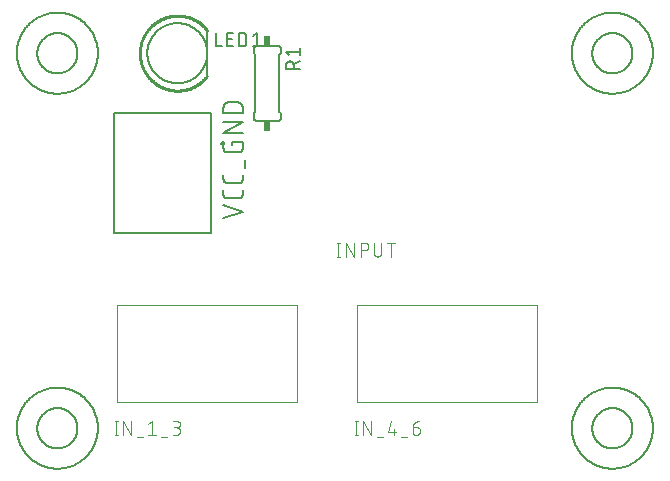
<source format=gbr>
G04 EAGLE Gerber RS-274X export*
G75*
%MOMM*%
%FSLAX34Y34*%
%LPD*%
%INSilkscreen Top*%
%IPPOS*%
%AMOC8*
5,1,8,0,0,1.08239X$1,22.5*%
G01*
%ADD10C,0.101600*%
%ADD11C,0.100000*%
%ADD12C,0.200000*%
%ADD13C,0.127000*%
%ADD14C,0.152400*%
%ADD15C,0.203200*%
%ADD16R,0.609600X0.863600*%
%ADD17C,0.254000*%


D10*
X441226Y525272D02*
X441226Y513588D01*
X439928Y513588D02*
X442524Y513588D01*
X442524Y525272D02*
X439928Y525272D01*
X447506Y525272D02*
X447506Y513588D01*
X453997Y513588D02*
X447506Y525272D01*
X453997Y525272D02*
X453997Y513588D01*
X459867Y513588D02*
X459867Y525272D01*
X463113Y525272D01*
X463226Y525270D01*
X463339Y525264D01*
X463452Y525254D01*
X463565Y525240D01*
X463677Y525223D01*
X463788Y525201D01*
X463898Y525176D01*
X464008Y525146D01*
X464116Y525113D01*
X464223Y525076D01*
X464329Y525036D01*
X464433Y524991D01*
X464536Y524943D01*
X464637Y524892D01*
X464736Y524837D01*
X464833Y524779D01*
X464928Y524717D01*
X465021Y524652D01*
X465111Y524584D01*
X465199Y524513D01*
X465285Y524438D01*
X465368Y524361D01*
X465448Y524281D01*
X465525Y524198D01*
X465600Y524112D01*
X465671Y524024D01*
X465739Y523934D01*
X465804Y523841D01*
X465866Y523746D01*
X465924Y523649D01*
X465979Y523550D01*
X466030Y523449D01*
X466078Y523346D01*
X466123Y523242D01*
X466163Y523136D01*
X466200Y523029D01*
X466233Y522921D01*
X466263Y522811D01*
X466288Y522701D01*
X466310Y522590D01*
X466327Y522478D01*
X466341Y522365D01*
X466351Y522252D01*
X466357Y522139D01*
X466359Y522026D01*
X466357Y521913D01*
X466351Y521800D01*
X466341Y521687D01*
X466327Y521574D01*
X466310Y521462D01*
X466288Y521351D01*
X466263Y521241D01*
X466233Y521131D01*
X466200Y521023D01*
X466163Y520916D01*
X466123Y520810D01*
X466078Y520706D01*
X466030Y520603D01*
X465979Y520502D01*
X465924Y520403D01*
X465866Y520306D01*
X465804Y520211D01*
X465739Y520118D01*
X465671Y520028D01*
X465600Y519940D01*
X465525Y519854D01*
X465448Y519771D01*
X465368Y519691D01*
X465285Y519614D01*
X465199Y519539D01*
X465111Y519468D01*
X465021Y519400D01*
X464928Y519335D01*
X464833Y519273D01*
X464736Y519215D01*
X464637Y519160D01*
X464536Y519109D01*
X464433Y519061D01*
X464329Y519016D01*
X464223Y518976D01*
X464116Y518939D01*
X464008Y518906D01*
X463898Y518876D01*
X463788Y518851D01*
X463677Y518829D01*
X463565Y518812D01*
X463452Y518798D01*
X463339Y518788D01*
X463226Y518782D01*
X463113Y518780D01*
X463113Y518781D02*
X459867Y518781D01*
X471128Y516834D02*
X471128Y525272D01*
X471127Y516834D02*
X471129Y516721D01*
X471135Y516608D01*
X471145Y516495D01*
X471159Y516382D01*
X471176Y516270D01*
X471198Y516159D01*
X471223Y516049D01*
X471253Y515939D01*
X471286Y515831D01*
X471323Y515724D01*
X471363Y515618D01*
X471408Y515514D01*
X471456Y515411D01*
X471507Y515310D01*
X471562Y515211D01*
X471620Y515114D01*
X471682Y515019D01*
X471747Y514926D01*
X471815Y514836D01*
X471886Y514748D01*
X471961Y514662D01*
X472038Y514579D01*
X472118Y514499D01*
X472201Y514422D01*
X472287Y514347D01*
X472375Y514276D01*
X472465Y514208D01*
X472558Y514143D01*
X472653Y514081D01*
X472750Y514023D01*
X472849Y513968D01*
X472950Y513917D01*
X473053Y513869D01*
X473157Y513824D01*
X473263Y513784D01*
X473370Y513747D01*
X473478Y513714D01*
X473588Y513684D01*
X473698Y513659D01*
X473809Y513637D01*
X473921Y513620D01*
X474034Y513606D01*
X474147Y513596D01*
X474260Y513590D01*
X474373Y513588D01*
X474486Y513590D01*
X474599Y513596D01*
X474712Y513606D01*
X474825Y513620D01*
X474937Y513637D01*
X475048Y513659D01*
X475158Y513684D01*
X475268Y513714D01*
X475376Y513747D01*
X475483Y513784D01*
X475589Y513824D01*
X475693Y513869D01*
X475796Y513917D01*
X475897Y513968D01*
X475996Y514023D01*
X476093Y514081D01*
X476188Y514143D01*
X476281Y514208D01*
X476371Y514276D01*
X476459Y514347D01*
X476545Y514422D01*
X476628Y514499D01*
X476708Y514579D01*
X476785Y514662D01*
X476860Y514748D01*
X476931Y514836D01*
X476999Y514926D01*
X477064Y515019D01*
X477126Y515114D01*
X477184Y515211D01*
X477239Y515310D01*
X477290Y515411D01*
X477338Y515514D01*
X477383Y515618D01*
X477423Y515724D01*
X477460Y515831D01*
X477493Y515939D01*
X477523Y516049D01*
X477548Y516159D01*
X477570Y516270D01*
X477587Y516382D01*
X477601Y516495D01*
X477611Y516608D01*
X477617Y516721D01*
X477619Y516834D01*
X477619Y525272D01*
X485422Y525272D02*
X485422Y513588D01*
X482177Y525272D02*
X488668Y525272D01*
D11*
X406400Y472800D02*
X254000Y472800D01*
X406400Y472800D02*
X406400Y390800D01*
X254000Y390800D01*
X254000Y472800D01*
D10*
X252899Y374142D02*
X252899Y362458D01*
X251601Y362458D02*
X254198Y362458D01*
X254198Y374142D02*
X251601Y374142D01*
X259179Y374142D02*
X259179Y362458D01*
X265670Y362458D02*
X259179Y374142D01*
X265670Y374142D02*
X265670Y362458D01*
X270496Y361160D02*
X275689Y361160D01*
X280134Y371546D02*
X283379Y374142D01*
X283379Y362458D01*
X280134Y362458D02*
X286625Y362458D01*
X291070Y361160D02*
X296263Y361160D01*
X300708Y362458D02*
X303953Y362458D01*
X304066Y362460D01*
X304179Y362466D01*
X304292Y362476D01*
X304405Y362490D01*
X304517Y362507D01*
X304628Y362529D01*
X304738Y362554D01*
X304848Y362584D01*
X304956Y362617D01*
X305063Y362654D01*
X305169Y362694D01*
X305273Y362739D01*
X305376Y362787D01*
X305477Y362838D01*
X305576Y362893D01*
X305673Y362951D01*
X305768Y363013D01*
X305861Y363078D01*
X305951Y363146D01*
X306039Y363217D01*
X306125Y363292D01*
X306208Y363369D01*
X306288Y363449D01*
X306365Y363532D01*
X306440Y363618D01*
X306511Y363706D01*
X306579Y363796D01*
X306644Y363889D01*
X306706Y363984D01*
X306764Y364081D01*
X306819Y364180D01*
X306870Y364281D01*
X306918Y364384D01*
X306963Y364488D01*
X307003Y364594D01*
X307040Y364701D01*
X307073Y364809D01*
X307103Y364919D01*
X307128Y365029D01*
X307150Y365140D01*
X307167Y365252D01*
X307181Y365365D01*
X307191Y365478D01*
X307197Y365591D01*
X307199Y365704D01*
X307197Y365817D01*
X307191Y365930D01*
X307181Y366043D01*
X307167Y366156D01*
X307150Y366268D01*
X307128Y366379D01*
X307103Y366489D01*
X307073Y366599D01*
X307040Y366707D01*
X307003Y366814D01*
X306963Y366920D01*
X306918Y367024D01*
X306870Y367127D01*
X306819Y367228D01*
X306764Y367327D01*
X306706Y367424D01*
X306644Y367519D01*
X306579Y367612D01*
X306511Y367702D01*
X306440Y367790D01*
X306365Y367876D01*
X306288Y367959D01*
X306208Y368039D01*
X306125Y368116D01*
X306039Y368191D01*
X305951Y368262D01*
X305861Y368330D01*
X305768Y368395D01*
X305673Y368457D01*
X305576Y368515D01*
X305477Y368570D01*
X305376Y368621D01*
X305273Y368669D01*
X305169Y368714D01*
X305063Y368754D01*
X304956Y368791D01*
X304848Y368824D01*
X304738Y368854D01*
X304628Y368879D01*
X304517Y368901D01*
X304405Y368918D01*
X304292Y368932D01*
X304179Y368942D01*
X304066Y368948D01*
X303953Y368950D01*
X304602Y374142D02*
X300708Y374142D01*
X304602Y374142D02*
X304703Y374140D01*
X304803Y374134D01*
X304903Y374124D01*
X305003Y374111D01*
X305102Y374093D01*
X305201Y374072D01*
X305298Y374047D01*
X305395Y374018D01*
X305490Y373985D01*
X305584Y373949D01*
X305676Y373909D01*
X305767Y373866D01*
X305856Y373819D01*
X305943Y373769D01*
X306029Y373715D01*
X306112Y373658D01*
X306192Y373598D01*
X306271Y373535D01*
X306347Y373468D01*
X306420Y373399D01*
X306490Y373327D01*
X306558Y373253D01*
X306623Y373176D01*
X306684Y373096D01*
X306743Y373014D01*
X306798Y372930D01*
X306850Y372844D01*
X306899Y372756D01*
X306944Y372666D01*
X306986Y372574D01*
X307024Y372481D01*
X307058Y372386D01*
X307089Y372291D01*
X307116Y372194D01*
X307139Y372096D01*
X307159Y371997D01*
X307174Y371897D01*
X307186Y371797D01*
X307194Y371697D01*
X307198Y371596D01*
X307198Y371496D01*
X307194Y371395D01*
X307186Y371295D01*
X307174Y371195D01*
X307159Y371095D01*
X307139Y370996D01*
X307116Y370898D01*
X307089Y370801D01*
X307058Y370706D01*
X307024Y370611D01*
X306986Y370518D01*
X306944Y370426D01*
X306899Y370336D01*
X306850Y370248D01*
X306798Y370162D01*
X306743Y370078D01*
X306684Y369996D01*
X306623Y369916D01*
X306558Y369839D01*
X306490Y369765D01*
X306420Y369693D01*
X306347Y369624D01*
X306271Y369557D01*
X306192Y369494D01*
X306112Y369434D01*
X306029Y369377D01*
X305943Y369323D01*
X305856Y369273D01*
X305767Y369226D01*
X305676Y369183D01*
X305584Y369143D01*
X305490Y369107D01*
X305395Y369074D01*
X305298Y369045D01*
X305201Y369020D01*
X305102Y368999D01*
X305003Y368981D01*
X304903Y368968D01*
X304803Y368958D01*
X304703Y368952D01*
X304602Y368950D01*
X304602Y368949D02*
X302006Y368949D01*
D11*
X457200Y472800D02*
X609600Y472800D01*
X609600Y390800D01*
X457200Y390800D01*
X457200Y472800D01*
D10*
X456099Y374142D02*
X456099Y362458D01*
X454801Y362458D02*
X457398Y362458D01*
X457398Y374142D02*
X454801Y374142D01*
X462379Y374142D02*
X462379Y362458D01*
X468870Y362458D02*
X462379Y374142D01*
X468870Y374142D02*
X468870Y362458D01*
X473696Y361160D02*
X478889Y361160D01*
X483334Y365054D02*
X485930Y374142D01*
X483334Y365054D02*
X489825Y365054D01*
X487878Y367651D02*
X487878Y362458D01*
X494270Y361160D02*
X499463Y361160D01*
X503908Y368949D02*
X507802Y368949D01*
X507901Y368947D01*
X508001Y368941D01*
X508100Y368932D01*
X508198Y368919D01*
X508296Y368902D01*
X508394Y368881D01*
X508490Y368856D01*
X508585Y368828D01*
X508679Y368796D01*
X508772Y368761D01*
X508864Y368722D01*
X508954Y368679D01*
X509042Y368634D01*
X509129Y368584D01*
X509213Y368532D01*
X509296Y368476D01*
X509376Y368418D01*
X509454Y368356D01*
X509529Y368291D01*
X509602Y368223D01*
X509672Y368153D01*
X509740Y368080D01*
X509805Y368005D01*
X509867Y367927D01*
X509925Y367847D01*
X509981Y367764D01*
X510033Y367680D01*
X510083Y367593D01*
X510128Y367505D01*
X510171Y367415D01*
X510210Y367323D01*
X510245Y367230D01*
X510277Y367136D01*
X510305Y367041D01*
X510330Y366945D01*
X510351Y366847D01*
X510368Y366749D01*
X510381Y366651D01*
X510390Y366552D01*
X510396Y366452D01*
X510398Y366353D01*
X510399Y366353D02*
X510399Y365704D01*
X510397Y365591D01*
X510391Y365478D01*
X510381Y365365D01*
X510367Y365252D01*
X510350Y365140D01*
X510328Y365029D01*
X510303Y364919D01*
X510273Y364809D01*
X510240Y364701D01*
X510203Y364594D01*
X510163Y364488D01*
X510118Y364384D01*
X510070Y364281D01*
X510019Y364180D01*
X509964Y364081D01*
X509906Y363984D01*
X509844Y363889D01*
X509779Y363796D01*
X509711Y363706D01*
X509640Y363618D01*
X509565Y363532D01*
X509488Y363449D01*
X509408Y363369D01*
X509325Y363292D01*
X509239Y363217D01*
X509151Y363146D01*
X509061Y363078D01*
X508968Y363013D01*
X508873Y362951D01*
X508776Y362893D01*
X508677Y362838D01*
X508576Y362787D01*
X508473Y362739D01*
X508369Y362694D01*
X508263Y362654D01*
X508156Y362617D01*
X508048Y362584D01*
X507938Y362554D01*
X507828Y362529D01*
X507717Y362507D01*
X507605Y362490D01*
X507492Y362476D01*
X507379Y362466D01*
X507266Y362460D01*
X507153Y362458D01*
X507040Y362460D01*
X506927Y362466D01*
X506814Y362476D01*
X506701Y362490D01*
X506589Y362507D01*
X506478Y362529D01*
X506368Y362554D01*
X506258Y362584D01*
X506150Y362617D01*
X506043Y362654D01*
X505937Y362694D01*
X505833Y362739D01*
X505730Y362787D01*
X505629Y362838D01*
X505530Y362893D01*
X505433Y362951D01*
X505338Y363013D01*
X505245Y363078D01*
X505155Y363146D01*
X505067Y363217D01*
X504981Y363292D01*
X504898Y363369D01*
X504818Y363449D01*
X504741Y363532D01*
X504666Y363618D01*
X504595Y363706D01*
X504527Y363796D01*
X504462Y363889D01*
X504400Y363984D01*
X504342Y364081D01*
X504287Y364180D01*
X504236Y364281D01*
X504188Y364384D01*
X504143Y364488D01*
X504103Y364594D01*
X504066Y364701D01*
X504033Y364809D01*
X504003Y364919D01*
X503978Y365029D01*
X503956Y365140D01*
X503939Y365252D01*
X503925Y365365D01*
X503915Y365478D01*
X503909Y365591D01*
X503907Y365704D01*
X503908Y365704D02*
X503908Y368949D01*
X503910Y369092D01*
X503916Y369235D01*
X503926Y369378D01*
X503940Y369520D01*
X503957Y369662D01*
X503979Y369804D01*
X504004Y369945D01*
X504034Y370085D01*
X504067Y370224D01*
X504104Y370362D01*
X504145Y370499D01*
X504189Y370635D01*
X504238Y370770D01*
X504290Y370903D01*
X504345Y371035D01*
X504405Y371165D01*
X504468Y371294D01*
X504534Y371421D01*
X504604Y371545D01*
X504677Y371668D01*
X504754Y371789D01*
X504834Y371908D01*
X504917Y372024D01*
X505003Y372139D01*
X505092Y372250D01*
X505185Y372360D01*
X505280Y372466D01*
X505379Y372570D01*
X505480Y372671D01*
X505584Y372770D01*
X505690Y372865D01*
X505800Y372958D01*
X505911Y373047D01*
X506026Y373133D01*
X506142Y373216D01*
X506261Y373296D01*
X506382Y373373D01*
X506504Y373446D01*
X506629Y373516D01*
X506756Y373582D01*
X506885Y373645D01*
X507015Y373705D01*
X507147Y373760D01*
X507280Y373812D01*
X507415Y373861D01*
X507551Y373905D01*
X507688Y373946D01*
X507826Y373983D01*
X507965Y374016D01*
X508105Y374046D01*
X508246Y374071D01*
X508388Y374093D01*
X508530Y374110D01*
X508672Y374124D01*
X508815Y374134D01*
X508958Y374140D01*
X509101Y374142D01*
D12*
X342100Y609600D02*
X342102Y609663D01*
X342108Y609725D01*
X342118Y609787D01*
X342131Y609849D01*
X342149Y609909D01*
X342170Y609968D01*
X342195Y610026D01*
X342224Y610082D01*
X342256Y610136D01*
X342291Y610188D01*
X342329Y610237D01*
X342371Y610285D01*
X342415Y610329D01*
X342463Y610371D01*
X342512Y610409D01*
X342564Y610444D01*
X342618Y610476D01*
X342674Y610505D01*
X342732Y610530D01*
X342791Y610551D01*
X342851Y610569D01*
X342913Y610582D01*
X342975Y610592D01*
X343037Y610598D01*
X343100Y610600D01*
X343163Y610598D01*
X343225Y610592D01*
X343287Y610582D01*
X343349Y610569D01*
X343409Y610551D01*
X343468Y610530D01*
X343526Y610505D01*
X343582Y610476D01*
X343636Y610444D01*
X343688Y610409D01*
X343737Y610371D01*
X343785Y610329D01*
X343829Y610285D01*
X343871Y610237D01*
X343909Y610188D01*
X343944Y610136D01*
X343976Y610082D01*
X344005Y610026D01*
X344030Y609968D01*
X344051Y609909D01*
X344069Y609849D01*
X344082Y609787D01*
X344092Y609725D01*
X344098Y609663D01*
X344100Y609600D01*
X344098Y609537D01*
X344092Y609475D01*
X344082Y609413D01*
X344069Y609351D01*
X344051Y609291D01*
X344030Y609232D01*
X344005Y609174D01*
X343976Y609118D01*
X343944Y609064D01*
X343909Y609012D01*
X343871Y608963D01*
X343829Y608915D01*
X343785Y608871D01*
X343737Y608829D01*
X343688Y608791D01*
X343636Y608756D01*
X343582Y608724D01*
X343526Y608695D01*
X343468Y608670D01*
X343409Y608649D01*
X343349Y608631D01*
X343287Y608618D01*
X343225Y608608D01*
X343163Y608602D01*
X343100Y608600D01*
X343037Y608602D01*
X342975Y608608D01*
X342913Y608618D01*
X342851Y608631D01*
X342791Y608649D01*
X342732Y608670D01*
X342674Y608695D01*
X342618Y608724D01*
X342564Y608756D01*
X342512Y608791D01*
X342463Y608829D01*
X342415Y608871D01*
X342371Y608915D01*
X342329Y608963D01*
X342291Y609012D01*
X342256Y609064D01*
X342224Y609118D01*
X342195Y609174D01*
X342170Y609232D01*
X342149Y609291D01*
X342131Y609351D01*
X342118Y609413D01*
X342108Y609475D01*
X342102Y609537D01*
X342100Y609600D01*
D13*
X333100Y635000D02*
X251100Y635000D01*
X251100Y533400D02*
X333100Y533400D01*
X333100Y635000D01*
X251100Y635000D02*
X251100Y533400D01*
D14*
X343862Y546248D02*
X360118Y551667D01*
X343862Y557085D01*
X360118Y566355D02*
X360118Y569968D01*
X360118Y566355D02*
X360116Y566237D01*
X360110Y566119D01*
X360101Y566001D01*
X360087Y565884D01*
X360070Y565767D01*
X360049Y565650D01*
X360024Y565535D01*
X359995Y565420D01*
X359962Y565306D01*
X359926Y565194D01*
X359886Y565083D01*
X359843Y564973D01*
X359796Y564864D01*
X359746Y564757D01*
X359691Y564652D01*
X359634Y564549D01*
X359573Y564448D01*
X359509Y564348D01*
X359442Y564251D01*
X359372Y564156D01*
X359298Y564064D01*
X359222Y563973D01*
X359142Y563886D01*
X359060Y563801D01*
X358975Y563719D01*
X358888Y563639D01*
X358797Y563563D01*
X358705Y563489D01*
X358610Y563419D01*
X358513Y563352D01*
X358413Y563288D01*
X358312Y563227D01*
X358209Y563170D01*
X358104Y563115D01*
X357997Y563065D01*
X357888Y563018D01*
X357778Y562975D01*
X357667Y562935D01*
X357555Y562899D01*
X357441Y562866D01*
X357326Y562837D01*
X357211Y562812D01*
X357094Y562791D01*
X356977Y562774D01*
X356860Y562760D01*
X356742Y562751D01*
X356624Y562745D01*
X356506Y562743D01*
X347474Y562743D01*
X347474Y562742D02*
X347356Y562744D01*
X347238Y562750D01*
X347120Y562759D01*
X347002Y562773D01*
X346885Y562790D01*
X346769Y562811D01*
X346654Y562836D01*
X346539Y562865D01*
X346425Y562898D01*
X346313Y562934D01*
X346201Y562974D01*
X346091Y563017D01*
X345983Y563064D01*
X345876Y563115D01*
X345771Y563169D01*
X345668Y563226D01*
X345566Y563287D01*
X345467Y563351D01*
X345370Y563418D01*
X345275Y563489D01*
X345182Y563562D01*
X345092Y563639D01*
X345004Y563718D01*
X344919Y563800D01*
X344837Y563885D01*
X344758Y563973D01*
X344681Y564063D01*
X344608Y564156D01*
X344537Y564250D01*
X344470Y564348D01*
X344406Y564447D01*
X344345Y564548D01*
X344288Y564652D01*
X344234Y564757D01*
X344183Y564864D01*
X344136Y564972D01*
X344093Y565082D01*
X344053Y565194D01*
X344017Y565306D01*
X343984Y565420D01*
X343955Y565535D01*
X343930Y565650D01*
X343909Y565766D01*
X343892Y565883D01*
X343878Y566001D01*
X343869Y566119D01*
X343863Y566237D01*
X343861Y566355D01*
X343862Y566355D02*
X343862Y569968D01*
X360118Y579381D02*
X360118Y582994D01*
X360118Y579381D02*
X360116Y579263D01*
X360110Y579145D01*
X360101Y579027D01*
X360087Y578910D01*
X360070Y578793D01*
X360049Y578676D01*
X360024Y578561D01*
X359995Y578446D01*
X359962Y578332D01*
X359926Y578220D01*
X359886Y578109D01*
X359843Y577999D01*
X359796Y577890D01*
X359746Y577783D01*
X359691Y577678D01*
X359634Y577575D01*
X359573Y577474D01*
X359509Y577374D01*
X359442Y577277D01*
X359372Y577182D01*
X359298Y577090D01*
X359222Y576999D01*
X359142Y576912D01*
X359060Y576827D01*
X358975Y576745D01*
X358888Y576665D01*
X358797Y576589D01*
X358705Y576515D01*
X358610Y576445D01*
X358513Y576378D01*
X358413Y576314D01*
X358312Y576253D01*
X358209Y576196D01*
X358104Y576141D01*
X357997Y576091D01*
X357888Y576044D01*
X357778Y576001D01*
X357667Y575961D01*
X357555Y575925D01*
X357441Y575892D01*
X357326Y575863D01*
X357211Y575838D01*
X357094Y575817D01*
X356977Y575800D01*
X356860Y575786D01*
X356742Y575777D01*
X356624Y575771D01*
X356506Y575769D01*
X347474Y575769D01*
X347474Y575768D02*
X347356Y575770D01*
X347238Y575776D01*
X347120Y575785D01*
X347002Y575799D01*
X346885Y575816D01*
X346769Y575837D01*
X346654Y575862D01*
X346539Y575891D01*
X346425Y575924D01*
X346313Y575960D01*
X346201Y576000D01*
X346091Y576043D01*
X345983Y576090D01*
X345876Y576141D01*
X345771Y576195D01*
X345668Y576252D01*
X345566Y576313D01*
X345467Y576377D01*
X345370Y576444D01*
X345275Y576515D01*
X345182Y576588D01*
X345092Y576665D01*
X345004Y576744D01*
X344919Y576826D01*
X344837Y576911D01*
X344758Y576999D01*
X344681Y577089D01*
X344608Y577182D01*
X344537Y577276D01*
X344470Y577374D01*
X344406Y577473D01*
X344345Y577574D01*
X344288Y577678D01*
X344234Y577783D01*
X344183Y577890D01*
X344136Y577998D01*
X344093Y578108D01*
X344053Y578220D01*
X344017Y578332D01*
X343984Y578446D01*
X343955Y578561D01*
X343930Y578676D01*
X343909Y578792D01*
X343892Y578909D01*
X343878Y579027D01*
X343869Y579145D01*
X343863Y579263D01*
X343861Y579381D01*
X343862Y579381D02*
X343862Y582994D01*
X361924Y588174D02*
X361924Y595399D01*
X351087Y608182D02*
X351087Y610891D01*
X360118Y610891D01*
X360118Y605473D01*
X360116Y605355D01*
X360110Y605237D01*
X360101Y605119D01*
X360087Y605002D01*
X360070Y604885D01*
X360049Y604768D01*
X360024Y604653D01*
X359995Y604538D01*
X359962Y604424D01*
X359926Y604312D01*
X359886Y604201D01*
X359843Y604091D01*
X359796Y603982D01*
X359746Y603875D01*
X359691Y603770D01*
X359634Y603667D01*
X359573Y603566D01*
X359509Y603466D01*
X359442Y603369D01*
X359372Y603274D01*
X359298Y603182D01*
X359222Y603091D01*
X359142Y603004D01*
X359060Y602919D01*
X358975Y602837D01*
X358888Y602757D01*
X358797Y602681D01*
X358705Y602607D01*
X358610Y602537D01*
X358513Y602470D01*
X358413Y602406D01*
X358312Y602345D01*
X358209Y602288D01*
X358104Y602233D01*
X357997Y602183D01*
X357888Y602136D01*
X357778Y602093D01*
X357667Y602053D01*
X357555Y602017D01*
X357441Y601984D01*
X357326Y601955D01*
X357211Y601930D01*
X357094Y601909D01*
X356977Y601892D01*
X356860Y601878D01*
X356742Y601869D01*
X356624Y601863D01*
X356506Y601861D01*
X356506Y601860D02*
X347474Y601860D01*
X347356Y601862D01*
X347238Y601868D01*
X347120Y601877D01*
X347002Y601891D01*
X346885Y601908D01*
X346769Y601929D01*
X346654Y601954D01*
X346539Y601983D01*
X346425Y602016D01*
X346313Y602052D01*
X346201Y602092D01*
X346091Y602135D01*
X345983Y602182D01*
X345876Y602233D01*
X345771Y602287D01*
X345668Y602344D01*
X345566Y602405D01*
X345467Y602469D01*
X345370Y602536D01*
X345275Y602607D01*
X345182Y602680D01*
X345092Y602757D01*
X345004Y602836D01*
X344919Y602918D01*
X344837Y603003D01*
X344758Y603091D01*
X344681Y603181D01*
X344608Y603274D01*
X344537Y603368D01*
X344470Y603466D01*
X344406Y603565D01*
X344345Y603666D01*
X344288Y603770D01*
X344234Y603875D01*
X344183Y603982D01*
X344136Y604090D01*
X344093Y604200D01*
X344053Y604312D01*
X344017Y604424D01*
X343984Y604538D01*
X343955Y604653D01*
X343930Y604768D01*
X343909Y604884D01*
X343892Y605001D01*
X343878Y605119D01*
X343869Y605237D01*
X343863Y605355D01*
X343861Y605473D01*
X343862Y605473D02*
X343862Y610891D01*
X343862Y618534D02*
X360118Y618534D01*
X360118Y627565D02*
X343862Y618534D01*
X343862Y627565D02*
X360118Y627565D01*
X360118Y635207D02*
X343862Y635207D01*
X343862Y639722D01*
X343864Y639853D01*
X343870Y639985D01*
X343879Y640116D01*
X343893Y640246D01*
X343910Y640377D01*
X343931Y640506D01*
X343955Y640635D01*
X343984Y640763D01*
X344016Y640891D01*
X344052Y641017D01*
X344091Y641142D01*
X344134Y641267D01*
X344181Y641389D01*
X344231Y641511D01*
X344285Y641631D01*
X344342Y641749D01*
X344403Y641865D01*
X344467Y641980D01*
X344534Y642093D01*
X344605Y642204D01*
X344679Y642312D01*
X344756Y642419D01*
X344836Y642523D01*
X344919Y642625D01*
X345004Y642724D01*
X345093Y642821D01*
X345185Y642915D01*
X345279Y643007D01*
X345376Y643096D01*
X345475Y643181D01*
X345577Y643264D01*
X345681Y643344D01*
X345788Y643421D01*
X345896Y643495D01*
X346007Y643566D01*
X346120Y643633D01*
X346235Y643697D01*
X346351Y643758D01*
X346469Y643815D01*
X346589Y643869D01*
X346711Y643919D01*
X346833Y643966D01*
X346958Y644009D01*
X347083Y644048D01*
X347209Y644084D01*
X347337Y644116D01*
X347465Y644145D01*
X347594Y644169D01*
X347723Y644190D01*
X347854Y644207D01*
X347984Y644221D01*
X348115Y644230D01*
X348247Y644236D01*
X348378Y644238D01*
X355602Y644238D01*
X355733Y644236D01*
X355865Y644230D01*
X355996Y644221D01*
X356126Y644207D01*
X356257Y644190D01*
X356386Y644169D01*
X356515Y644145D01*
X356643Y644116D01*
X356771Y644084D01*
X356897Y644048D01*
X357022Y644009D01*
X357147Y643966D01*
X357269Y643919D01*
X357391Y643869D01*
X357511Y643815D01*
X357629Y643758D01*
X357745Y643697D01*
X357860Y643633D01*
X357973Y643566D01*
X358084Y643495D01*
X358192Y643421D01*
X358299Y643344D01*
X358403Y643264D01*
X358505Y643181D01*
X358604Y643096D01*
X358701Y643007D01*
X358795Y642915D01*
X358887Y642821D01*
X358976Y642724D01*
X359061Y642625D01*
X359144Y642523D01*
X359224Y642419D01*
X359301Y642312D01*
X359375Y642204D01*
X359446Y642093D01*
X359513Y641980D01*
X359577Y641865D01*
X359638Y641749D01*
X359695Y641631D01*
X359749Y641511D01*
X359799Y641389D01*
X359846Y641267D01*
X359889Y641142D01*
X359928Y641017D01*
X359964Y640891D01*
X359996Y640763D01*
X360025Y640635D01*
X360049Y640506D01*
X360070Y640376D01*
X360087Y640246D01*
X360101Y640116D01*
X360110Y639985D01*
X360116Y639853D01*
X360118Y639722D01*
X360118Y635207D01*
X168910Y685800D02*
X168920Y686642D01*
X168951Y687483D01*
X169003Y688323D01*
X169075Y689161D01*
X169168Y689997D01*
X169281Y690831D01*
X169415Y691662D01*
X169569Y692490D01*
X169743Y693313D01*
X169938Y694132D01*
X170152Y694946D01*
X170387Y695754D01*
X170641Y696556D01*
X170914Y697352D01*
X171208Y698141D01*
X171520Y698922D01*
X171852Y699696D01*
X172202Y700461D01*
X172571Y701217D01*
X172959Y701964D01*
X173365Y702701D01*
X173788Y703429D01*
X174230Y704145D01*
X174689Y704851D01*
X175165Y705544D01*
X175658Y706227D01*
X176168Y706896D01*
X176693Y707553D01*
X177235Y708197D01*
X177793Y708828D01*
X178366Y709444D01*
X178953Y710047D01*
X179556Y710634D01*
X180172Y711207D01*
X180803Y711765D01*
X181447Y712307D01*
X182104Y712832D01*
X182773Y713342D01*
X183456Y713835D01*
X184149Y714311D01*
X184855Y714770D01*
X185571Y715212D01*
X186299Y715635D01*
X187036Y716041D01*
X187783Y716429D01*
X188539Y716798D01*
X189304Y717148D01*
X190078Y717480D01*
X190859Y717792D01*
X191648Y718086D01*
X192444Y718359D01*
X193246Y718613D01*
X194054Y718848D01*
X194868Y719062D01*
X195687Y719257D01*
X196510Y719431D01*
X197338Y719585D01*
X198169Y719719D01*
X199003Y719832D01*
X199839Y719925D01*
X200677Y719997D01*
X201517Y720049D01*
X202358Y720080D01*
X203200Y720090D01*
X204042Y720080D01*
X204883Y720049D01*
X205723Y719997D01*
X206561Y719925D01*
X207397Y719832D01*
X208231Y719719D01*
X209062Y719585D01*
X209890Y719431D01*
X210713Y719257D01*
X211532Y719062D01*
X212346Y718848D01*
X213154Y718613D01*
X213956Y718359D01*
X214752Y718086D01*
X215541Y717792D01*
X216322Y717480D01*
X217096Y717148D01*
X217861Y716798D01*
X218617Y716429D01*
X219364Y716041D01*
X220101Y715635D01*
X220829Y715212D01*
X221545Y714770D01*
X222251Y714311D01*
X222944Y713835D01*
X223627Y713342D01*
X224296Y712832D01*
X224953Y712307D01*
X225597Y711765D01*
X226228Y711207D01*
X226844Y710634D01*
X227447Y710047D01*
X228034Y709444D01*
X228607Y708828D01*
X229165Y708197D01*
X229707Y707553D01*
X230232Y706896D01*
X230742Y706227D01*
X231235Y705544D01*
X231711Y704851D01*
X232170Y704145D01*
X232612Y703429D01*
X233035Y702701D01*
X233441Y701964D01*
X233829Y701217D01*
X234198Y700461D01*
X234548Y699696D01*
X234880Y698922D01*
X235192Y698141D01*
X235486Y697352D01*
X235759Y696556D01*
X236013Y695754D01*
X236248Y694946D01*
X236462Y694132D01*
X236657Y693313D01*
X236831Y692490D01*
X236985Y691662D01*
X237119Y690831D01*
X237232Y689997D01*
X237325Y689161D01*
X237397Y688323D01*
X237449Y687483D01*
X237480Y686642D01*
X237490Y685800D01*
X237480Y684958D01*
X237449Y684117D01*
X237397Y683277D01*
X237325Y682439D01*
X237232Y681603D01*
X237119Y680769D01*
X236985Y679938D01*
X236831Y679110D01*
X236657Y678287D01*
X236462Y677468D01*
X236248Y676654D01*
X236013Y675846D01*
X235759Y675044D01*
X235486Y674248D01*
X235192Y673459D01*
X234880Y672678D01*
X234548Y671904D01*
X234198Y671139D01*
X233829Y670383D01*
X233441Y669636D01*
X233035Y668899D01*
X232612Y668171D01*
X232170Y667455D01*
X231711Y666749D01*
X231235Y666056D01*
X230742Y665373D01*
X230232Y664704D01*
X229707Y664047D01*
X229165Y663403D01*
X228607Y662772D01*
X228034Y662156D01*
X227447Y661553D01*
X226844Y660966D01*
X226228Y660393D01*
X225597Y659835D01*
X224953Y659293D01*
X224296Y658768D01*
X223627Y658258D01*
X222944Y657765D01*
X222251Y657289D01*
X221545Y656830D01*
X220829Y656388D01*
X220101Y655965D01*
X219364Y655559D01*
X218617Y655171D01*
X217861Y654802D01*
X217096Y654452D01*
X216322Y654120D01*
X215541Y653808D01*
X214752Y653514D01*
X213956Y653241D01*
X213154Y652987D01*
X212346Y652752D01*
X211532Y652538D01*
X210713Y652343D01*
X209890Y652169D01*
X209062Y652015D01*
X208231Y651881D01*
X207397Y651768D01*
X206561Y651675D01*
X205723Y651603D01*
X204883Y651551D01*
X204042Y651520D01*
X203200Y651510D01*
X202358Y651520D01*
X201517Y651551D01*
X200677Y651603D01*
X199839Y651675D01*
X199003Y651768D01*
X198169Y651881D01*
X197338Y652015D01*
X196510Y652169D01*
X195687Y652343D01*
X194868Y652538D01*
X194054Y652752D01*
X193246Y652987D01*
X192444Y653241D01*
X191648Y653514D01*
X190859Y653808D01*
X190078Y654120D01*
X189304Y654452D01*
X188539Y654802D01*
X187783Y655171D01*
X187036Y655559D01*
X186299Y655965D01*
X185571Y656388D01*
X184855Y656830D01*
X184149Y657289D01*
X183456Y657765D01*
X182773Y658258D01*
X182104Y658768D01*
X181447Y659293D01*
X180803Y659835D01*
X180172Y660393D01*
X179556Y660966D01*
X178953Y661553D01*
X178366Y662156D01*
X177793Y662772D01*
X177235Y663403D01*
X176693Y664047D01*
X176168Y664704D01*
X175658Y665373D01*
X175165Y666056D01*
X174689Y666749D01*
X174230Y667455D01*
X173788Y668171D01*
X173365Y668899D01*
X172959Y669636D01*
X172571Y670383D01*
X172202Y671139D01*
X171852Y671904D01*
X171520Y672678D01*
X171208Y673459D01*
X170914Y674248D01*
X170641Y675044D01*
X170387Y675846D01*
X170152Y676654D01*
X169938Y677468D01*
X169743Y678287D01*
X169569Y679110D01*
X169415Y679938D01*
X169281Y680769D01*
X169168Y681603D01*
X169075Y682439D01*
X169003Y683277D01*
X168951Y684117D01*
X168920Y684958D01*
X168910Y685800D01*
D15*
X186200Y685800D02*
X186205Y686217D01*
X186220Y686634D01*
X186246Y687051D01*
X186282Y687466D01*
X186328Y687881D01*
X186384Y688294D01*
X186450Y688706D01*
X186527Y689117D01*
X186613Y689525D01*
X186709Y689931D01*
X186816Y690334D01*
X186932Y690735D01*
X187058Y691133D01*
X187194Y691527D01*
X187339Y691918D01*
X187494Y692306D01*
X187658Y692689D01*
X187832Y693068D01*
X188015Y693443D01*
X188207Y693814D01*
X188409Y694179D01*
X188619Y694540D01*
X188837Y694895D01*
X189065Y695245D01*
X189301Y695589D01*
X189545Y695927D01*
X189798Y696259D01*
X190059Y696585D01*
X190327Y696904D01*
X190604Y697217D01*
X190888Y697522D01*
X191179Y697821D01*
X191478Y698112D01*
X191783Y698396D01*
X192096Y698673D01*
X192415Y698941D01*
X192741Y699202D01*
X193073Y699455D01*
X193411Y699699D01*
X193755Y699935D01*
X194105Y700163D01*
X194460Y700381D01*
X194821Y700591D01*
X195186Y700793D01*
X195557Y700985D01*
X195932Y701168D01*
X196311Y701342D01*
X196694Y701506D01*
X197082Y701661D01*
X197473Y701806D01*
X197867Y701942D01*
X198265Y702068D01*
X198666Y702184D01*
X199069Y702291D01*
X199475Y702387D01*
X199883Y702473D01*
X200294Y702550D01*
X200706Y702616D01*
X201119Y702672D01*
X201534Y702718D01*
X201949Y702754D01*
X202366Y702780D01*
X202783Y702795D01*
X203200Y702800D01*
X203617Y702795D01*
X204034Y702780D01*
X204451Y702754D01*
X204866Y702718D01*
X205281Y702672D01*
X205694Y702616D01*
X206106Y702550D01*
X206517Y702473D01*
X206925Y702387D01*
X207331Y702291D01*
X207734Y702184D01*
X208135Y702068D01*
X208533Y701942D01*
X208927Y701806D01*
X209318Y701661D01*
X209706Y701506D01*
X210089Y701342D01*
X210468Y701168D01*
X210843Y700985D01*
X211214Y700793D01*
X211579Y700591D01*
X211940Y700381D01*
X212295Y700163D01*
X212645Y699935D01*
X212989Y699699D01*
X213327Y699455D01*
X213659Y699202D01*
X213985Y698941D01*
X214304Y698673D01*
X214617Y698396D01*
X214922Y698112D01*
X215221Y697821D01*
X215512Y697522D01*
X215796Y697217D01*
X216073Y696904D01*
X216341Y696585D01*
X216602Y696259D01*
X216855Y695927D01*
X217099Y695589D01*
X217335Y695245D01*
X217563Y694895D01*
X217781Y694540D01*
X217991Y694179D01*
X218193Y693814D01*
X218385Y693443D01*
X218568Y693068D01*
X218742Y692689D01*
X218906Y692306D01*
X219061Y691918D01*
X219206Y691527D01*
X219342Y691133D01*
X219468Y690735D01*
X219584Y690334D01*
X219691Y689931D01*
X219787Y689525D01*
X219873Y689117D01*
X219950Y688706D01*
X220016Y688294D01*
X220072Y687881D01*
X220118Y687466D01*
X220154Y687051D01*
X220180Y686634D01*
X220195Y686217D01*
X220200Y685800D01*
X220195Y685383D01*
X220180Y684966D01*
X220154Y684549D01*
X220118Y684134D01*
X220072Y683719D01*
X220016Y683306D01*
X219950Y682894D01*
X219873Y682483D01*
X219787Y682075D01*
X219691Y681669D01*
X219584Y681266D01*
X219468Y680865D01*
X219342Y680467D01*
X219206Y680073D01*
X219061Y679682D01*
X218906Y679294D01*
X218742Y678911D01*
X218568Y678532D01*
X218385Y678157D01*
X218193Y677786D01*
X217991Y677421D01*
X217781Y677060D01*
X217563Y676705D01*
X217335Y676355D01*
X217099Y676011D01*
X216855Y675673D01*
X216602Y675341D01*
X216341Y675015D01*
X216073Y674696D01*
X215796Y674383D01*
X215512Y674078D01*
X215221Y673779D01*
X214922Y673488D01*
X214617Y673204D01*
X214304Y672927D01*
X213985Y672659D01*
X213659Y672398D01*
X213327Y672145D01*
X212989Y671901D01*
X212645Y671665D01*
X212295Y671437D01*
X211940Y671219D01*
X211579Y671009D01*
X211214Y670807D01*
X210843Y670615D01*
X210468Y670432D01*
X210089Y670258D01*
X209706Y670094D01*
X209318Y669939D01*
X208927Y669794D01*
X208533Y669658D01*
X208135Y669532D01*
X207734Y669416D01*
X207331Y669309D01*
X206925Y669213D01*
X206517Y669127D01*
X206106Y669050D01*
X205694Y668984D01*
X205281Y668928D01*
X204866Y668882D01*
X204451Y668846D01*
X204034Y668820D01*
X203617Y668805D01*
X203200Y668800D01*
X202783Y668805D01*
X202366Y668820D01*
X201949Y668846D01*
X201534Y668882D01*
X201119Y668928D01*
X200706Y668984D01*
X200294Y669050D01*
X199883Y669127D01*
X199475Y669213D01*
X199069Y669309D01*
X198666Y669416D01*
X198265Y669532D01*
X197867Y669658D01*
X197473Y669794D01*
X197082Y669939D01*
X196694Y670094D01*
X196311Y670258D01*
X195932Y670432D01*
X195557Y670615D01*
X195186Y670807D01*
X194821Y671009D01*
X194460Y671219D01*
X194105Y671437D01*
X193755Y671665D01*
X193411Y671901D01*
X193073Y672145D01*
X192741Y672398D01*
X192415Y672659D01*
X192096Y672927D01*
X191783Y673204D01*
X191478Y673488D01*
X191179Y673779D01*
X190888Y674078D01*
X190604Y674383D01*
X190327Y674696D01*
X190059Y675015D01*
X189798Y675341D01*
X189545Y675673D01*
X189301Y676011D01*
X189065Y676355D01*
X188837Y676705D01*
X188619Y677060D01*
X188409Y677421D01*
X188207Y677786D01*
X188015Y678157D01*
X187832Y678532D01*
X187658Y678911D01*
X187494Y679294D01*
X187339Y679682D01*
X187194Y680073D01*
X187058Y680467D01*
X186932Y680865D01*
X186816Y681266D01*
X186709Y681669D01*
X186613Y682075D01*
X186527Y682483D01*
X186450Y682894D01*
X186384Y683306D01*
X186328Y683719D01*
X186282Y684134D01*
X186246Y684549D01*
X186220Y684966D01*
X186205Y685383D01*
X186200Y685800D01*
D14*
X638810Y685800D02*
X638820Y686642D01*
X638851Y687483D01*
X638903Y688323D01*
X638975Y689161D01*
X639068Y689997D01*
X639181Y690831D01*
X639315Y691662D01*
X639469Y692490D01*
X639643Y693313D01*
X639838Y694132D01*
X640052Y694946D01*
X640287Y695754D01*
X640541Y696556D01*
X640814Y697352D01*
X641108Y698141D01*
X641420Y698922D01*
X641752Y699696D01*
X642102Y700461D01*
X642471Y701217D01*
X642859Y701964D01*
X643265Y702701D01*
X643688Y703429D01*
X644130Y704145D01*
X644589Y704851D01*
X645065Y705544D01*
X645558Y706227D01*
X646068Y706896D01*
X646593Y707553D01*
X647135Y708197D01*
X647693Y708828D01*
X648266Y709444D01*
X648853Y710047D01*
X649456Y710634D01*
X650072Y711207D01*
X650703Y711765D01*
X651347Y712307D01*
X652004Y712832D01*
X652673Y713342D01*
X653356Y713835D01*
X654049Y714311D01*
X654755Y714770D01*
X655471Y715212D01*
X656199Y715635D01*
X656936Y716041D01*
X657683Y716429D01*
X658439Y716798D01*
X659204Y717148D01*
X659978Y717480D01*
X660759Y717792D01*
X661548Y718086D01*
X662344Y718359D01*
X663146Y718613D01*
X663954Y718848D01*
X664768Y719062D01*
X665587Y719257D01*
X666410Y719431D01*
X667238Y719585D01*
X668069Y719719D01*
X668903Y719832D01*
X669739Y719925D01*
X670577Y719997D01*
X671417Y720049D01*
X672258Y720080D01*
X673100Y720090D01*
X673942Y720080D01*
X674783Y720049D01*
X675623Y719997D01*
X676461Y719925D01*
X677297Y719832D01*
X678131Y719719D01*
X678962Y719585D01*
X679790Y719431D01*
X680613Y719257D01*
X681432Y719062D01*
X682246Y718848D01*
X683054Y718613D01*
X683856Y718359D01*
X684652Y718086D01*
X685441Y717792D01*
X686222Y717480D01*
X686996Y717148D01*
X687761Y716798D01*
X688517Y716429D01*
X689264Y716041D01*
X690001Y715635D01*
X690729Y715212D01*
X691445Y714770D01*
X692151Y714311D01*
X692844Y713835D01*
X693527Y713342D01*
X694196Y712832D01*
X694853Y712307D01*
X695497Y711765D01*
X696128Y711207D01*
X696744Y710634D01*
X697347Y710047D01*
X697934Y709444D01*
X698507Y708828D01*
X699065Y708197D01*
X699607Y707553D01*
X700132Y706896D01*
X700642Y706227D01*
X701135Y705544D01*
X701611Y704851D01*
X702070Y704145D01*
X702512Y703429D01*
X702935Y702701D01*
X703341Y701964D01*
X703729Y701217D01*
X704098Y700461D01*
X704448Y699696D01*
X704780Y698922D01*
X705092Y698141D01*
X705386Y697352D01*
X705659Y696556D01*
X705913Y695754D01*
X706148Y694946D01*
X706362Y694132D01*
X706557Y693313D01*
X706731Y692490D01*
X706885Y691662D01*
X707019Y690831D01*
X707132Y689997D01*
X707225Y689161D01*
X707297Y688323D01*
X707349Y687483D01*
X707380Y686642D01*
X707390Y685800D01*
X707380Y684958D01*
X707349Y684117D01*
X707297Y683277D01*
X707225Y682439D01*
X707132Y681603D01*
X707019Y680769D01*
X706885Y679938D01*
X706731Y679110D01*
X706557Y678287D01*
X706362Y677468D01*
X706148Y676654D01*
X705913Y675846D01*
X705659Y675044D01*
X705386Y674248D01*
X705092Y673459D01*
X704780Y672678D01*
X704448Y671904D01*
X704098Y671139D01*
X703729Y670383D01*
X703341Y669636D01*
X702935Y668899D01*
X702512Y668171D01*
X702070Y667455D01*
X701611Y666749D01*
X701135Y666056D01*
X700642Y665373D01*
X700132Y664704D01*
X699607Y664047D01*
X699065Y663403D01*
X698507Y662772D01*
X697934Y662156D01*
X697347Y661553D01*
X696744Y660966D01*
X696128Y660393D01*
X695497Y659835D01*
X694853Y659293D01*
X694196Y658768D01*
X693527Y658258D01*
X692844Y657765D01*
X692151Y657289D01*
X691445Y656830D01*
X690729Y656388D01*
X690001Y655965D01*
X689264Y655559D01*
X688517Y655171D01*
X687761Y654802D01*
X686996Y654452D01*
X686222Y654120D01*
X685441Y653808D01*
X684652Y653514D01*
X683856Y653241D01*
X683054Y652987D01*
X682246Y652752D01*
X681432Y652538D01*
X680613Y652343D01*
X679790Y652169D01*
X678962Y652015D01*
X678131Y651881D01*
X677297Y651768D01*
X676461Y651675D01*
X675623Y651603D01*
X674783Y651551D01*
X673942Y651520D01*
X673100Y651510D01*
X672258Y651520D01*
X671417Y651551D01*
X670577Y651603D01*
X669739Y651675D01*
X668903Y651768D01*
X668069Y651881D01*
X667238Y652015D01*
X666410Y652169D01*
X665587Y652343D01*
X664768Y652538D01*
X663954Y652752D01*
X663146Y652987D01*
X662344Y653241D01*
X661548Y653514D01*
X660759Y653808D01*
X659978Y654120D01*
X659204Y654452D01*
X658439Y654802D01*
X657683Y655171D01*
X656936Y655559D01*
X656199Y655965D01*
X655471Y656388D01*
X654755Y656830D01*
X654049Y657289D01*
X653356Y657765D01*
X652673Y658258D01*
X652004Y658768D01*
X651347Y659293D01*
X650703Y659835D01*
X650072Y660393D01*
X649456Y660966D01*
X648853Y661553D01*
X648266Y662156D01*
X647693Y662772D01*
X647135Y663403D01*
X646593Y664047D01*
X646068Y664704D01*
X645558Y665373D01*
X645065Y666056D01*
X644589Y666749D01*
X644130Y667455D01*
X643688Y668171D01*
X643265Y668899D01*
X642859Y669636D01*
X642471Y670383D01*
X642102Y671139D01*
X641752Y671904D01*
X641420Y672678D01*
X641108Y673459D01*
X640814Y674248D01*
X640541Y675044D01*
X640287Y675846D01*
X640052Y676654D01*
X639838Y677468D01*
X639643Y678287D01*
X639469Y679110D01*
X639315Y679938D01*
X639181Y680769D01*
X639068Y681603D01*
X638975Y682439D01*
X638903Y683277D01*
X638851Y684117D01*
X638820Y684958D01*
X638810Y685800D01*
D15*
X656100Y685800D02*
X656105Y686217D01*
X656120Y686634D01*
X656146Y687051D01*
X656182Y687466D01*
X656228Y687881D01*
X656284Y688294D01*
X656350Y688706D01*
X656427Y689117D01*
X656513Y689525D01*
X656609Y689931D01*
X656716Y690334D01*
X656832Y690735D01*
X656958Y691133D01*
X657094Y691527D01*
X657239Y691918D01*
X657394Y692306D01*
X657558Y692689D01*
X657732Y693068D01*
X657915Y693443D01*
X658107Y693814D01*
X658309Y694179D01*
X658519Y694540D01*
X658737Y694895D01*
X658965Y695245D01*
X659201Y695589D01*
X659445Y695927D01*
X659698Y696259D01*
X659959Y696585D01*
X660227Y696904D01*
X660504Y697217D01*
X660788Y697522D01*
X661079Y697821D01*
X661378Y698112D01*
X661683Y698396D01*
X661996Y698673D01*
X662315Y698941D01*
X662641Y699202D01*
X662973Y699455D01*
X663311Y699699D01*
X663655Y699935D01*
X664005Y700163D01*
X664360Y700381D01*
X664721Y700591D01*
X665086Y700793D01*
X665457Y700985D01*
X665832Y701168D01*
X666211Y701342D01*
X666594Y701506D01*
X666982Y701661D01*
X667373Y701806D01*
X667767Y701942D01*
X668165Y702068D01*
X668566Y702184D01*
X668969Y702291D01*
X669375Y702387D01*
X669783Y702473D01*
X670194Y702550D01*
X670606Y702616D01*
X671019Y702672D01*
X671434Y702718D01*
X671849Y702754D01*
X672266Y702780D01*
X672683Y702795D01*
X673100Y702800D01*
X673517Y702795D01*
X673934Y702780D01*
X674351Y702754D01*
X674766Y702718D01*
X675181Y702672D01*
X675594Y702616D01*
X676006Y702550D01*
X676417Y702473D01*
X676825Y702387D01*
X677231Y702291D01*
X677634Y702184D01*
X678035Y702068D01*
X678433Y701942D01*
X678827Y701806D01*
X679218Y701661D01*
X679606Y701506D01*
X679989Y701342D01*
X680368Y701168D01*
X680743Y700985D01*
X681114Y700793D01*
X681479Y700591D01*
X681840Y700381D01*
X682195Y700163D01*
X682545Y699935D01*
X682889Y699699D01*
X683227Y699455D01*
X683559Y699202D01*
X683885Y698941D01*
X684204Y698673D01*
X684517Y698396D01*
X684822Y698112D01*
X685121Y697821D01*
X685412Y697522D01*
X685696Y697217D01*
X685973Y696904D01*
X686241Y696585D01*
X686502Y696259D01*
X686755Y695927D01*
X686999Y695589D01*
X687235Y695245D01*
X687463Y694895D01*
X687681Y694540D01*
X687891Y694179D01*
X688093Y693814D01*
X688285Y693443D01*
X688468Y693068D01*
X688642Y692689D01*
X688806Y692306D01*
X688961Y691918D01*
X689106Y691527D01*
X689242Y691133D01*
X689368Y690735D01*
X689484Y690334D01*
X689591Y689931D01*
X689687Y689525D01*
X689773Y689117D01*
X689850Y688706D01*
X689916Y688294D01*
X689972Y687881D01*
X690018Y687466D01*
X690054Y687051D01*
X690080Y686634D01*
X690095Y686217D01*
X690100Y685800D01*
X690095Y685383D01*
X690080Y684966D01*
X690054Y684549D01*
X690018Y684134D01*
X689972Y683719D01*
X689916Y683306D01*
X689850Y682894D01*
X689773Y682483D01*
X689687Y682075D01*
X689591Y681669D01*
X689484Y681266D01*
X689368Y680865D01*
X689242Y680467D01*
X689106Y680073D01*
X688961Y679682D01*
X688806Y679294D01*
X688642Y678911D01*
X688468Y678532D01*
X688285Y678157D01*
X688093Y677786D01*
X687891Y677421D01*
X687681Y677060D01*
X687463Y676705D01*
X687235Y676355D01*
X686999Y676011D01*
X686755Y675673D01*
X686502Y675341D01*
X686241Y675015D01*
X685973Y674696D01*
X685696Y674383D01*
X685412Y674078D01*
X685121Y673779D01*
X684822Y673488D01*
X684517Y673204D01*
X684204Y672927D01*
X683885Y672659D01*
X683559Y672398D01*
X683227Y672145D01*
X682889Y671901D01*
X682545Y671665D01*
X682195Y671437D01*
X681840Y671219D01*
X681479Y671009D01*
X681114Y670807D01*
X680743Y670615D01*
X680368Y670432D01*
X679989Y670258D01*
X679606Y670094D01*
X679218Y669939D01*
X678827Y669794D01*
X678433Y669658D01*
X678035Y669532D01*
X677634Y669416D01*
X677231Y669309D01*
X676825Y669213D01*
X676417Y669127D01*
X676006Y669050D01*
X675594Y668984D01*
X675181Y668928D01*
X674766Y668882D01*
X674351Y668846D01*
X673934Y668820D01*
X673517Y668805D01*
X673100Y668800D01*
X672683Y668805D01*
X672266Y668820D01*
X671849Y668846D01*
X671434Y668882D01*
X671019Y668928D01*
X670606Y668984D01*
X670194Y669050D01*
X669783Y669127D01*
X669375Y669213D01*
X668969Y669309D01*
X668566Y669416D01*
X668165Y669532D01*
X667767Y669658D01*
X667373Y669794D01*
X666982Y669939D01*
X666594Y670094D01*
X666211Y670258D01*
X665832Y670432D01*
X665457Y670615D01*
X665086Y670807D01*
X664721Y671009D01*
X664360Y671219D01*
X664005Y671437D01*
X663655Y671665D01*
X663311Y671901D01*
X662973Y672145D01*
X662641Y672398D01*
X662315Y672659D01*
X661996Y672927D01*
X661683Y673204D01*
X661378Y673488D01*
X661079Y673779D01*
X660788Y674078D01*
X660504Y674383D01*
X660227Y674696D01*
X659959Y675015D01*
X659698Y675341D01*
X659445Y675673D01*
X659201Y676011D01*
X658965Y676355D01*
X658737Y676705D01*
X658519Y677060D01*
X658309Y677421D01*
X658107Y677786D01*
X657915Y678157D01*
X657732Y678532D01*
X657558Y678911D01*
X657394Y679294D01*
X657239Y679682D01*
X657094Y680073D01*
X656958Y680467D01*
X656832Y680865D01*
X656716Y681266D01*
X656609Y681669D01*
X656513Y682075D01*
X656427Y682483D01*
X656350Y682894D01*
X656284Y683306D01*
X656228Y683719D01*
X656182Y684134D01*
X656146Y684549D01*
X656120Y684966D01*
X656105Y685383D01*
X656100Y685800D01*
D14*
X638810Y368300D02*
X638820Y369142D01*
X638851Y369983D01*
X638903Y370823D01*
X638975Y371661D01*
X639068Y372497D01*
X639181Y373331D01*
X639315Y374162D01*
X639469Y374990D01*
X639643Y375813D01*
X639838Y376632D01*
X640052Y377446D01*
X640287Y378254D01*
X640541Y379056D01*
X640814Y379852D01*
X641108Y380641D01*
X641420Y381422D01*
X641752Y382196D01*
X642102Y382961D01*
X642471Y383717D01*
X642859Y384464D01*
X643265Y385201D01*
X643688Y385929D01*
X644130Y386645D01*
X644589Y387351D01*
X645065Y388044D01*
X645558Y388727D01*
X646068Y389396D01*
X646593Y390053D01*
X647135Y390697D01*
X647693Y391328D01*
X648266Y391944D01*
X648853Y392547D01*
X649456Y393134D01*
X650072Y393707D01*
X650703Y394265D01*
X651347Y394807D01*
X652004Y395332D01*
X652673Y395842D01*
X653356Y396335D01*
X654049Y396811D01*
X654755Y397270D01*
X655471Y397712D01*
X656199Y398135D01*
X656936Y398541D01*
X657683Y398929D01*
X658439Y399298D01*
X659204Y399648D01*
X659978Y399980D01*
X660759Y400292D01*
X661548Y400586D01*
X662344Y400859D01*
X663146Y401113D01*
X663954Y401348D01*
X664768Y401562D01*
X665587Y401757D01*
X666410Y401931D01*
X667238Y402085D01*
X668069Y402219D01*
X668903Y402332D01*
X669739Y402425D01*
X670577Y402497D01*
X671417Y402549D01*
X672258Y402580D01*
X673100Y402590D01*
X673942Y402580D01*
X674783Y402549D01*
X675623Y402497D01*
X676461Y402425D01*
X677297Y402332D01*
X678131Y402219D01*
X678962Y402085D01*
X679790Y401931D01*
X680613Y401757D01*
X681432Y401562D01*
X682246Y401348D01*
X683054Y401113D01*
X683856Y400859D01*
X684652Y400586D01*
X685441Y400292D01*
X686222Y399980D01*
X686996Y399648D01*
X687761Y399298D01*
X688517Y398929D01*
X689264Y398541D01*
X690001Y398135D01*
X690729Y397712D01*
X691445Y397270D01*
X692151Y396811D01*
X692844Y396335D01*
X693527Y395842D01*
X694196Y395332D01*
X694853Y394807D01*
X695497Y394265D01*
X696128Y393707D01*
X696744Y393134D01*
X697347Y392547D01*
X697934Y391944D01*
X698507Y391328D01*
X699065Y390697D01*
X699607Y390053D01*
X700132Y389396D01*
X700642Y388727D01*
X701135Y388044D01*
X701611Y387351D01*
X702070Y386645D01*
X702512Y385929D01*
X702935Y385201D01*
X703341Y384464D01*
X703729Y383717D01*
X704098Y382961D01*
X704448Y382196D01*
X704780Y381422D01*
X705092Y380641D01*
X705386Y379852D01*
X705659Y379056D01*
X705913Y378254D01*
X706148Y377446D01*
X706362Y376632D01*
X706557Y375813D01*
X706731Y374990D01*
X706885Y374162D01*
X707019Y373331D01*
X707132Y372497D01*
X707225Y371661D01*
X707297Y370823D01*
X707349Y369983D01*
X707380Y369142D01*
X707390Y368300D01*
X707380Y367458D01*
X707349Y366617D01*
X707297Y365777D01*
X707225Y364939D01*
X707132Y364103D01*
X707019Y363269D01*
X706885Y362438D01*
X706731Y361610D01*
X706557Y360787D01*
X706362Y359968D01*
X706148Y359154D01*
X705913Y358346D01*
X705659Y357544D01*
X705386Y356748D01*
X705092Y355959D01*
X704780Y355178D01*
X704448Y354404D01*
X704098Y353639D01*
X703729Y352883D01*
X703341Y352136D01*
X702935Y351399D01*
X702512Y350671D01*
X702070Y349955D01*
X701611Y349249D01*
X701135Y348556D01*
X700642Y347873D01*
X700132Y347204D01*
X699607Y346547D01*
X699065Y345903D01*
X698507Y345272D01*
X697934Y344656D01*
X697347Y344053D01*
X696744Y343466D01*
X696128Y342893D01*
X695497Y342335D01*
X694853Y341793D01*
X694196Y341268D01*
X693527Y340758D01*
X692844Y340265D01*
X692151Y339789D01*
X691445Y339330D01*
X690729Y338888D01*
X690001Y338465D01*
X689264Y338059D01*
X688517Y337671D01*
X687761Y337302D01*
X686996Y336952D01*
X686222Y336620D01*
X685441Y336308D01*
X684652Y336014D01*
X683856Y335741D01*
X683054Y335487D01*
X682246Y335252D01*
X681432Y335038D01*
X680613Y334843D01*
X679790Y334669D01*
X678962Y334515D01*
X678131Y334381D01*
X677297Y334268D01*
X676461Y334175D01*
X675623Y334103D01*
X674783Y334051D01*
X673942Y334020D01*
X673100Y334010D01*
X672258Y334020D01*
X671417Y334051D01*
X670577Y334103D01*
X669739Y334175D01*
X668903Y334268D01*
X668069Y334381D01*
X667238Y334515D01*
X666410Y334669D01*
X665587Y334843D01*
X664768Y335038D01*
X663954Y335252D01*
X663146Y335487D01*
X662344Y335741D01*
X661548Y336014D01*
X660759Y336308D01*
X659978Y336620D01*
X659204Y336952D01*
X658439Y337302D01*
X657683Y337671D01*
X656936Y338059D01*
X656199Y338465D01*
X655471Y338888D01*
X654755Y339330D01*
X654049Y339789D01*
X653356Y340265D01*
X652673Y340758D01*
X652004Y341268D01*
X651347Y341793D01*
X650703Y342335D01*
X650072Y342893D01*
X649456Y343466D01*
X648853Y344053D01*
X648266Y344656D01*
X647693Y345272D01*
X647135Y345903D01*
X646593Y346547D01*
X646068Y347204D01*
X645558Y347873D01*
X645065Y348556D01*
X644589Y349249D01*
X644130Y349955D01*
X643688Y350671D01*
X643265Y351399D01*
X642859Y352136D01*
X642471Y352883D01*
X642102Y353639D01*
X641752Y354404D01*
X641420Y355178D01*
X641108Y355959D01*
X640814Y356748D01*
X640541Y357544D01*
X640287Y358346D01*
X640052Y359154D01*
X639838Y359968D01*
X639643Y360787D01*
X639469Y361610D01*
X639315Y362438D01*
X639181Y363269D01*
X639068Y364103D01*
X638975Y364939D01*
X638903Y365777D01*
X638851Y366617D01*
X638820Y367458D01*
X638810Y368300D01*
D15*
X656100Y368300D02*
X656105Y368717D01*
X656120Y369134D01*
X656146Y369551D01*
X656182Y369966D01*
X656228Y370381D01*
X656284Y370794D01*
X656350Y371206D01*
X656427Y371617D01*
X656513Y372025D01*
X656609Y372431D01*
X656716Y372834D01*
X656832Y373235D01*
X656958Y373633D01*
X657094Y374027D01*
X657239Y374418D01*
X657394Y374806D01*
X657558Y375189D01*
X657732Y375568D01*
X657915Y375943D01*
X658107Y376314D01*
X658309Y376679D01*
X658519Y377040D01*
X658737Y377395D01*
X658965Y377745D01*
X659201Y378089D01*
X659445Y378427D01*
X659698Y378759D01*
X659959Y379085D01*
X660227Y379404D01*
X660504Y379717D01*
X660788Y380022D01*
X661079Y380321D01*
X661378Y380612D01*
X661683Y380896D01*
X661996Y381173D01*
X662315Y381441D01*
X662641Y381702D01*
X662973Y381955D01*
X663311Y382199D01*
X663655Y382435D01*
X664005Y382663D01*
X664360Y382881D01*
X664721Y383091D01*
X665086Y383293D01*
X665457Y383485D01*
X665832Y383668D01*
X666211Y383842D01*
X666594Y384006D01*
X666982Y384161D01*
X667373Y384306D01*
X667767Y384442D01*
X668165Y384568D01*
X668566Y384684D01*
X668969Y384791D01*
X669375Y384887D01*
X669783Y384973D01*
X670194Y385050D01*
X670606Y385116D01*
X671019Y385172D01*
X671434Y385218D01*
X671849Y385254D01*
X672266Y385280D01*
X672683Y385295D01*
X673100Y385300D01*
X673517Y385295D01*
X673934Y385280D01*
X674351Y385254D01*
X674766Y385218D01*
X675181Y385172D01*
X675594Y385116D01*
X676006Y385050D01*
X676417Y384973D01*
X676825Y384887D01*
X677231Y384791D01*
X677634Y384684D01*
X678035Y384568D01*
X678433Y384442D01*
X678827Y384306D01*
X679218Y384161D01*
X679606Y384006D01*
X679989Y383842D01*
X680368Y383668D01*
X680743Y383485D01*
X681114Y383293D01*
X681479Y383091D01*
X681840Y382881D01*
X682195Y382663D01*
X682545Y382435D01*
X682889Y382199D01*
X683227Y381955D01*
X683559Y381702D01*
X683885Y381441D01*
X684204Y381173D01*
X684517Y380896D01*
X684822Y380612D01*
X685121Y380321D01*
X685412Y380022D01*
X685696Y379717D01*
X685973Y379404D01*
X686241Y379085D01*
X686502Y378759D01*
X686755Y378427D01*
X686999Y378089D01*
X687235Y377745D01*
X687463Y377395D01*
X687681Y377040D01*
X687891Y376679D01*
X688093Y376314D01*
X688285Y375943D01*
X688468Y375568D01*
X688642Y375189D01*
X688806Y374806D01*
X688961Y374418D01*
X689106Y374027D01*
X689242Y373633D01*
X689368Y373235D01*
X689484Y372834D01*
X689591Y372431D01*
X689687Y372025D01*
X689773Y371617D01*
X689850Y371206D01*
X689916Y370794D01*
X689972Y370381D01*
X690018Y369966D01*
X690054Y369551D01*
X690080Y369134D01*
X690095Y368717D01*
X690100Y368300D01*
X690095Y367883D01*
X690080Y367466D01*
X690054Y367049D01*
X690018Y366634D01*
X689972Y366219D01*
X689916Y365806D01*
X689850Y365394D01*
X689773Y364983D01*
X689687Y364575D01*
X689591Y364169D01*
X689484Y363766D01*
X689368Y363365D01*
X689242Y362967D01*
X689106Y362573D01*
X688961Y362182D01*
X688806Y361794D01*
X688642Y361411D01*
X688468Y361032D01*
X688285Y360657D01*
X688093Y360286D01*
X687891Y359921D01*
X687681Y359560D01*
X687463Y359205D01*
X687235Y358855D01*
X686999Y358511D01*
X686755Y358173D01*
X686502Y357841D01*
X686241Y357515D01*
X685973Y357196D01*
X685696Y356883D01*
X685412Y356578D01*
X685121Y356279D01*
X684822Y355988D01*
X684517Y355704D01*
X684204Y355427D01*
X683885Y355159D01*
X683559Y354898D01*
X683227Y354645D01*
X682889Y354401D01*
X682545Y354165D01*
X682195Y353937D01*
X681840Y353719D01*
X681479Y353509D01*
X681114Y353307D01*
X680743Y353115D01*
X680368Y352932D01*
X679989Y352758D01*
X679606Y352594D01*
X679218Y352439D01*
X678827Y352294D01*
X678433Y352158D01*
X678035Y352032D01*
X677634Y351916D01*
X677231Y351809D01*
X676825Y351713D01*
X676417Y351627D01*
X676006Y351550D01*
X675594Y351484D01*
X675181Y351428D01*
X674766Y351382D01*
X674351Y351346D01*
X673934Y351320D01*
X673517Y351305D01*
X673100Y351300D01*
X672683Y351305D01*
X672266Y351320D01*
X671849Y351346D01*
X671434Y351382D01*
X671019Y351428D01*
X670606Y351484D01*
X670194Y351550D01*
X669783Y351627D01*
X669375Y351713D01*
X668969Y351809D01*
X668566Y351916D01*
X668165Y352032D01*
X667767Y352158D01*
X667373Y352294D01*
X666982Y352439D01*
X666594Y352594D01*
X666211Y352758D01*
X665832Y352932D01*
X665457Y353115D01*
X665086Y353307D01*
X664721Y353509D01*
X664360Y353719D01*
X664005Y353937D01*
X663655Y354165D01*
X663311Y354401D01*
X662973Y354645D01*
X662641Y354898D01*
X662315Y355159D01*
X661996Y355427D01*
X661683Y355704D01*
X661378Y355988D01*
X661079Y356279D01*
X660788Y356578D01*
X660504Y356883D01*
X660227Y357196D01*
X659959Y357515D01*
X659698Y357841D01*
X659445Y358173D01*
X659201Y358511D01*
X658965Y358855D01*
X658737Y359205D01*
X658519Y359560D01*
X658309Y359921D01*
X658107Y360286D01*
X657915Y360657D01*
X657732Y361032D01*
X657558Y361411D01*
X657394Y361794D01*
X657239Y362182D01*
X657094Y362573D01*
X656958Y362967D01*
X656832Y363365D01*
X656716Y363766D01*
X656609Y364169D01*
X656513Y364575D01*
X656427Y364983D01*
X656350Y365394D01*
X656284Y365806D01*
X656228Y366219D01*
X656182Y366634D01*
X656146Y367049D01*
X656120Y367466D01*
X656105Y367883D01*
X656100Y368300D01*
D14*
X168910Y368300D02*
X168920Y369142D01*
X168951Y369983D01*
X169003Y370823D01*
X169075Y371661D01*
X169168Y372497D01*
X169281Y373331D01*
X169415Y374162D01*
X169569Y374990D01*
X169743Y375813D01*
X169938Y376632D01*
X170152Y377446D01*
X170387Y378254D01*
X170641Y379056D01*
X170914Y379852D01*
X171208Y380641D01*
X171520Y381422D01*
X171852Y382196D01*
X172202Y382961D01*
X172571Y383717D01*
X172959Y384464D01*
X173365Y385201D01*
X173788Y385929D01*
X174230Y386645D01*
X174689Y387351D01*
X175165Y388044D01*
X175658Y388727D01*
X176168Y389396D01*
X176693Y390053D01*
X177235Y390697D01*
X177793Y391328D01*
X178366Y391944D01*
X178953Y392547D01*
X179556Y393134D01*
X180172Y393707D01*
X180803Y394265D01*
X181447Y394807D01*
X182104Y395332D01*
X182773Y395842D01*
X183456Y396335D01*
X184149Y396811D01*
X184855Y397270D01*
X185571Y397712D01*
X186299Y398135D01*
X187036Y398541D01*
X187783Y398929D01*
X188539Y399298D01*
X189304Y399648D01*
X190078Y399980D01*
X190859Y400292D01*
X191648Y400586D01*
X192444Y400859D01*
X193246Y401113D01*
X194054Y401348D01*
X194868Y401562D01*
X195687Y401757D01*
X196510Y401931D01*
X197338Y402085D01*
X198169Y402219D01*
X199003Y402332D01*
X199839Y402425D01*
X200677Y402497D01*
X201517Y402549D01*
X202358Y402580D01*
X203200Y402590D01*
X204042Y402580D01*
X204883Y402549D01*
X205723Y402497D01*
X206561Y402425D01*
X207397Y402332D01*
X208231Y402219D01*
X209062Y402085D01*
X209890Y401931D01*
X210713Y401757D01*
X211532Y401562D01*
X212346Y401348D01*
X213154Y401113D01*
X213956Y400859D01*
X214752Y400586D01*
X215541Y400292D01*
X216322Y399980D01*
X217096Y399648D01*
X217861Y399298D01*
X218617Y398929D01*
X219364Y398541D01*
X220101Y398135D01*
X220829Y397712D01*
X221545Y397270D01*
X222251Y396811D01*
X222944Y396335D01*
X223627Y395842D01*
X224296Y395332D01*
X224953Y394807D01*
X225597Y394265D01*
X226228Y393707D01*
X226844Y393134D01*
X227447Y392547D01*
X228034Y391944D01*
X228607Y391328D01*
X229165Y390697D01*
X229707Y390053D01*
X230232Y389396D01*
X230742Y388727D01*
X231235Y388044D01*
X231711Y387351D01*
X232170Y386645D01*
X232612Y385929D01*
X233035Y385201D01*
X233441Y384464D01*
X233829Y383717D01*
X234198Y382961D01*
X234548Y382196D01*
X234880Y381422D01*
X235192Y380641D01*
X235486Y379852D01*
X235759Y379056D01*
X236013Y378254D01*
X236248Y377446D01*
X236462Y376632D01*
X236657Y375813D01*
X236831Y374990D01*
X236985Y374162D01*
X237119Y373331D01*
X237232Y372497D01*
X237325Y371661D01*
X237397Y370823D01*
X237449Y369983D01*
X237480Y369142D01*
X237490Y368300D01*
X237480Y367458D01*
X237449Y366617D01*
X237397Y365777D01*
X237325Y364939D01*
X237232Y364103D01*
X237119Y363269D01*
X236985Y362438D01*
X236831Y361610D01*
X236657Y360787D01*
X236462Y359968D01*
X236248Y359154D01*
X236013Y358346D01*
X235759Y357544D01*
X235486Y356748D01*
X235192Y355959D01*
X234880Y355178D01*
X234548Y354404D01*
X234198Y353639D01*
X233829Y352883D01*
X233441Y352136D01*
X233035Y351399D01*
X232612Y350671D01*
X232170Y349955D01*
X231711Y349249D01*
X231235Y348556D01*
X230742Y347873D01*
X230232Y347204D01*
X229707Y346547D01*
X229165Y345903D01*
X228607Y345272D01*
X228034Y344656D01*
X227447Y344053D01*
X226844Y343466D01*
X226228Y342893D01*
X225597Y342335D01*
X224953Y341793D01*
X224296Y341268D01*
X223627Y340758D01*
X222944Y340265D01*
X222251Y339789D01*
X221545Y339330D01*
X220829Y338888D01*
X220101Y338465D01*
X219364Y338059D01*
X218617Y337671D01*
X217861Y337302D01*
X217096Y336952D01*
X216322Y336620D01*
X215541Y336308D01*
X214752Y336014D01*
X213956Y335741D01*
X213154Y335487D01*
X212346Y335252D01*
X211532Y335038D01*
X210713Y334843D01*
X209890Y334669D01*
X209062Y334515D01*
X208231Y334381D01*
X207397Y334268D01*
X206561Y334175D01*
X205723Y334103D01*
X204883Y334051D01*
X204042Y334020D01*
X203200Y334010D01*
X202358Y334020D01*
X201517Y334051D01*
X200677Y334103D01*
X199839Y334175D01*
X199003Y334268D01*
X198169Y334381D01*
X197338Y334515D01*
X196510Y334669D01*
X195687Y334843D01*
X194868Y335038D01*
X194054Y335252D01*
X193246Y335487D01*
X192444Y335741D01*
X191648Y336014D01*
X190859Y336308D01*
X190078Y336620D01*
X189304Y336952D01*
X188539Y337302D01*
X187783Y337671D01*
X187036Y338059D01*
X186299Y338465D01*
X185571Y338888D01*
X184855Y339330D01*
X184149Y339789D01*
X183456Y340265D01*
X182773Y340758D01*
X182104Y341268D01*
X181447Y341793D01*
X180803Y342335D01*
X180172Y342893D01*
X179556Y343466D01*
X178953Y344053D01*
X178366Y344656D01*
X177793Y345272D01*
X177235Y345903D01*
X176693Y346547D01*
X176168Y347204D01*
X175658Y347873D01*
X175165Y348556D01*
X174689Y349249D01*
X174230Y349955D01*
X173788Y350671D01*
X173365Y351399D01*
X172959Y352136D01*
X172571Y352883D01*
X172202Y353639D01*
X171852Y354404D01*
X171520Y355178D01*
X171208Y355959D01*
X170914Y356748D01*
X170641Y357544D01*
X170387Y358346D01*
X170152Y359154D01*
X169938Y359968D01*
X169743Y360787D01*
X169569Y361610D01*
X169415Y362438D01*
X169281Y363269D01*
X169168Y364103D01*
X169075Y364939D01*
X169003Y365777D01*
X168951Y366617D01*
X168920Y367458D01*
X168910Y368300D01*
D15*
X186200Y368300D02*
X186205Y368717D01*
X186220Y369134D01*
X186246Y369551D01*
X186282Y369966D01*
X186328Y370381D01*
X186384Y370794D01*
X186450Y371206D01*
X186527Y371617D01*
X186613Y372025D01*
X186709Y372431D01*
X186816Y372834D01*
X186932Y373235D01*
X187058Y373633D01*
X187194Y374027D01*
X187339Y374418D01*
X187494Y374806D01*
X187658Y375189D01*
X187832Y375568D01*
X188015Y375943D01*
X188207Y376314D01*
X188409Y376679D01*
X188619Y377040D01*
X188837Y377395D01*
X189065Y377745D01*
X189301Y378089D01*
X189545Y378427D01*
X189798Y378759D01*
X190059Y379085D01*
X190327Y379404D01*
X190604Y379717D01*
X190888Y380022D01*
X191179Y380321D01*
X191478Y380612D01*
X191783Y380896D01*
X192096Y381173D01*
X192415Y381441D01*
X192741Y381702D01*
X193073Y381955D01*
X193411Y382199D01*
X193755Y382435D01*
X194105Y382663D01*
X194460Y382881D01*
X194821Y383091D01*
X195186Y383293D01*
X195557Y383485D01*
X195932Y383668D01*
X196311Y383842D01*
X196694Y384006D01*
X197082Y384161D01*
X197473Y384306D01*
X197867Y384442D01*
X198265Y384568D01*
X198666Y384684D01*
X199069Y384791D01*
X199475Y384887D01*
X199883Y384973D01*
X200294Y385050D01*
X200706Y385116D01*
X201119Y385172D01*
X201534Y385218D01*
X201949Y385254D01*
X202366Y385280D01*
X202783Y385295D01*
X203200Y385300D01*
X203617Y385295D01*
X204034Y385280D01*
X204451Y385254D01*
X204866Y385218D01*
X205281Y385172D01*
X205694Y385116D01*
X206106Y385050D01*
X206517Y384973D01*
X206925Y384887D01*
X207331Y384791D01*
X207734Y384684D01*
X208135Y384568D01*
X208533Y384442D01*
X208927Y384306D01*
X209318Y384161D01*
X209706Y384006D01*
X210089Y383842D01*
X210468Y383668D01*
X210843Y383485D01*
X211214Y383293D01*
X211579Y383091D01*
X211940Y382881D01*
X212295Y382663D01*
X212645Y382435D01*
X212989Y382199D01*
X213327Y381955D01*
X213659Y381702D01*
X213985Y381441D01*
X214304Y381173D01*
X214617Y380896D01*
X214922Y380612D01*
X215221Y380321D01*
X215512Y380022D01*
X215796Y379717D01*
X216073Y379404D01*
X216341Y379085D01*
X216602Y378759D01*
X216855Y378427D01*
X217099Y378089D01*
X217335Y377745D01*
X217563Y377395D01*
X217781Y377040D01*
X217991Y376679D01*
X218193Y376314D01*
X218385Y375943D01*
X218568Y375568D01*
X218742Y375189D01*
X218906Y374806D01*
X219061Y374418D01*
X219206Y374027D01*
X219342Y373633D01*
X219468Y373235D01*
X219584Y372834D01*
X219691Y372431D01*
X219787Y372025D01*
X219873Y371617D01*
X219950Y371206D01*
X220016Y370794D01*
X220072Y370381D01*
X220118Y369966D01*
X220154Y369551D01*
X220180Y369134D01*
X220195Y368717D01*
X220200Y368300D01*
X220195Y367883D01*
X220180Y367466D01*
X220154Y367049D01*
X220118Y366634D01*
X220072Y366219D01*
X220016Y365806D01*
X219950Y365394D01*
X219873Y364983D01*
X219787Y364575D01*
X219691Y364169D01*
X219584Y363766D01*
X219468Y363365D01*
X219342Y362967D01*
X219206Y362573D01*
X219061Y362182D01*
X218906Y361794D01*
X218742Y361411D01*
X218568Y361032D01*
X218385Y360657D01*
X218193Y360286D01*
X217991Y359921D01*
X217781Y359560D01*
X217563Y359205D01*
X217335Y358855D01*
X217099Y358511D01*
X216855Y358173D01*
X216602Y357841D01*
X216341Y357515D01*
X216073Y357196D01*
X215796Y356883D01*
X215512Y356578D01*
X215221Y356279D01*
X214922Y355988D01*
X214617Y355704D01*
X214304Y355427D01*
X213985Y355159D01*
X213659Y354898D01*
X213327Y354645D01*
X212989Y354401D01*
X212645Y354165D01*
X212295Y353937D01*
X211940Y353719D01*
X211579Y353509D01*
X211214Y353307D01*
X210843Y353115D01*
X210468Y352932D01*
X210089Y352758D01*
X209706Y352594D01*
X209318Y352439D01*
X208927Y352294D01*
X208533Y352158D01*
X208135Y352032D01*
X207734Y351916D01*
X207331Y351809D01*
X206925Y351713D01*
X206517Y351627D01*
X206106Y351550D01*
X205694Y351484D01*
X205281Y351428D01*
X204866Y351382D01*
X204451Y351346D01*
X204034Y351320D01*
X203617Y351305D01*
X203200Y351300D01*
X202783Y351305D01*
X202366Y351320D01*
X201949Y351346D01*
X201534Y351382D01*
X201119Y351428D01*
X200706Y351484D01*
X200294Y351550D01*
X199883Y351627D01*
X199475Y351713D01*
X199069Y351809D01*
X198666Y351916D01*
X198265Y352032D01*
X197867Y352158D01*
X197473Y352294D01*
X197082Y352439D01*
X196694Y352594D01*
X196311Y352758D01*
X195932Y352932D01*
X195557Y353115D01*
X195186Y353307D01*
X194821Y353509D01*
X194460Y353719D01*
X194105Y353937D01*
X193755Y354165D01*
X193411Y354401D01*
X193073Y354645D01*
X192741Y354898D01*
X192415Y355159D01*
X192096Y355427D01*
X191783Y355704D01*
X191478Y355988D01*
X191179Y356279D01*
X190888Y356578D01*
X190604Y356883D01*
X190327Y357196D01*
X190059Y357515D01*
X189798Y357841D01*
X189545Y358173D01*
X189301Y358511D01*
X189065Y358855D01*
X188837Y359205D01*
X188619Y359560D01*
X188409Y359921D01*
X188207Y360286D01*
X188015Y360657D01*
X187832Y361032D01*
X187658Y361411D01*
X187494Y361794D01*
X187339Y362182D01*
X187194Y362573D01*
X187058Y362967D01*
X186932Y363365D01*
X186816Y363766D01*
X186709Y364169D01*
X186613Y364575D01*
X186527Y364983D01*
X186450Y365394D01*
X186384Y365806D01*
X186328Y366219D01*
X186282Y366634D01*
X186246Y367049D01*
X186220Y367466D01*
X186205Y367883D01*
X186200Y368300D01*
D14*
X392430Y689610D02*
X392428Y689710D01*
X392422Y689809D01*
X392412Y689909D01*
X392399Y690007D01*
X392381Y690106D01*
X392360Y690203D01*
X392335Y690299D01*
X392306Y690395D01*
X392273Y690489D01*
X392237Y690582D01*
X392197Y690673D01*
X392153Y690763D01*
X392106Y690851D01*
X392056Y690937D01*
X392002Y691021D01*
X391945Y691103D01*
X391885Y691182D01*
X391821Y691260D01*
X391755Y691334D01*
X391686Y691406D01*
X391614Y691475D01*
X391540Y691541D01*
X391462Y691605D01*
X391383Y691665D01*
X391301Y691722D01*
X391217Y691776D01*
X391131Y691826D01*
X391043Y691873D01*
X390953Y691917D01*
X390862Y691957D01*
X390769Y691993D01*
X390675Y692026D01*
X390579Y692055D01*
X390483Y692080D01*
X390386Y692101D01*
X390287Y692119D01*
X390189Y692132D01*
X390089Y692142D01*
X389990Y692148D01*
X389890Y692150D01*
X372110Y692150D02*
X372010Y692148D01*
X371911Y692142D01*
X371811Y692132D01*
X371713Y692119D01*
X371614Y692101D01*
X371517Y692080D01*
X371421Y692055D01*
X371325Y692026D01*
X371231Y691993D01*
X371138Y691957D01*
X371047Y691917D01*
X370957Y691873D01*
X370869Y691826D01*
X370783Y691776D01*
X370699Y691722D01*
X370617Y691665D01*
X370538Y691605D01*
X370460Y691541D01*
X370386Y691475D01*
X370314Y691406D01*
X370245Y691334D01*
X370179Y691260D01*
X370115Y691182D01*
X370055Y691103D01*
X369998Y691021D01*
X369944Y690937D01*
X369894Y690851D01*
X369847Y690763D01*
X369803Y690673D01*
X369763Y690582D01*
X369727Y690489D01*
X369694Y690395D01*
X369665Y690299D01*
X369640Y690203D01*
X369619Y690106D01*
X369601Y690007D01*
X369588Y689909D01*
X369578Y689809D01*
X369572Y689710D01*
X369570Y689610D01*
X369570Y631190D02*
X369572Y631090D01*
X369578Y630991D01*
X369588Y630891D01*
X369601Y630793D01*
X369619Y630694D01*
X369640Y630597D01*
X369665Y630501D01*
X369694Y630405D01*
X369727Y630311D01*
X369763Y630218D01*
X369803Y630127D01*
X369847Y630037D01*
X369894Y629949D01*
X369944Y629863D01*
X369998Y629779D01*
X370055Y629697D01*
X370115Y629618D01*
X370179Y629540D01*
X370245Y629466D01*
X370314Y629394D01*
X370386Y629325D01*
X370460Y629259D01*
X370538Y629195D01*
X370617Y629135D01*
X370699Y629078D01*
X370783Y629024D01*
X370869Y628974D01*
X370957Y628927D01*
X371047Y628883D01*
X371138Y628843D01*
X371231Y628807D01*
X371325Y628774D01*
X371421Y628745D01*
X371517Y628720D01*
X371614Y628699D01*
X371713Y628681D01*
X371811Y628668D01*
X371911Y628658D01*
X372010Y628652D01*
X372110Y628650D01*
X389890Y628650D02*
X389990Y628652D01*
X390089Y628658D01*
X390189Y628668D01*
X390287Y628681D01*
X390386Y628699D01*
X390483Y628720D01*
X390579Y628745D01*
X390675Y628774D01*
X390769Y628807D01*
X390862Y628843D01*
X390953Y628883D01*
X391043Y628927D01*
X391131Y628974D01*
X391217Y629024D01*
X391301Y629078D01*
X391383Y629135D01*
X391462Y629195D01*
X391540Y629259D01*
X391614Y629325D01*
X391686Y629394D01*
X391755Y629466D01*
X391821Y629540D01*
X391885Y629618D01*
X391945Y629697D01*
X392002Y629779D01*
X392056Y629863D01*
X392106Y629949D01*
X392153Y630037D01*
X392197Y630127D01*
X392237Y630218D01*
X392273Y630311D01*
X392306Y630405D01*
X392335Y630501D01*
X392360Y630597D01*
X392381Y630694D01*
X392399Y630793D01*
X392412Y630891D01*
X392422Y630991D01*
X392428Y631090D01*
X392430Y631190D01*
X389890Y692150D02*
X372110Y692150D01*
X392430Y689610D02*
X392430Y685800D01*
X391160Y684530D01*
X369570Y685800D02*
X369570Y689610D01*
X369570Y685800D02*
X370840Y684530D01*
X391160Y636270D02*
X392430Y635000D01*
X391160Y636270D02*
X391160Y684530D01*
X370840Y636270D02*
X369570Y635000D01*
X370840Y636270D02*
X370840Y684530D01*
X392430Y635000D02*
X392430Y631190D01*
X369570Y631190D02*
X369570Y635000D01*
X372110Y628650D02*
X389890Y628650D01*
D16*
X381000Y624332D03*
X381000Y696468D03*
D13*
X396875Y672548D02*
X408305Y672548D01*
X396875Y672548D02*
X396875Y675723D01*
X396877Y675834D01*
X396883Y675944D01*
X396892Y676055D01*
X396906Y676165D01*
X396923Y676274D01*
X396944Y676383D01*
X396969Y676491D01*
X396998Y676598D01*
X397030Y676704D01*
X397066Y676809D01*
X397106Y676912D01*
X397149Y677014D01*
X397196Y677115D01*
X397247Y677214D01*
X397300Y677311D01*
X397357Y677405D01*
X397418Y677498D01*
X397481Y677589D01*
X397548Y677678D01*
X397618Y677764D01*
X397691Y677847D01*
X397766Y677929D01*
X397844Y678007D01*
X397926Y678082D01*
X398009Y678155D01*
X398095Y678225D01*
X398184Y678292D01*
X398275Y678355D01*
X398368Y678416D01*
X398463Y678473D01*
X398559Y678526D01*
X398658Y678577D01*
X398759Y678624D01*
X398861Y678667D01*
X398964Y678707D01*
X399069Y678743D01*
X399175Y678775D01*
X399282Y678804D01*
X399390Y678829D01*
X399499Y678850D01*
X399608Y678867D01*
X399718Y678881D01*
X399829Y678890D01*
X399939Y678896D01*
X400050Y678898D01*
X400161Y678896D01*
X400271Y678890D01*
X400382Y678881D01*
X400492Y678867D01*
X400601Y678850D01*
X400710Y678829D01*
X400818Y678804D01*
X400925Y678775D01*
X401031Y678743D01*
X401136Y678707D01*
X401239Y678667D01*
X401341Y678624D01*
X401442Y678577D01*
X401541Y678526D01*
X401638Y678473D01*
X401732Y678416D01*
X401825Y678355D01*
X401916Y678292D01*
X402005Y678225D01*
X402091Y678155D01*
X402174Y678082D01*
X402256Y678007D01*
X402334Y677929D01*
X402409Y677847D01*
X402482Y677764D01*
X402552Y677678D01*
X402619Y677589D01*
X402682Y677498D01*
X402743Y677405D01*
X402800Y677311D01*
X402853Y677214D01*
X402904Y677115D01*
X402951Y677014D01*
X402994Y676912D01*
X403034Y676809D01*
X403070Y676704D01*
X403102Y676598D01*
X403131Y676491D01*
X403156Y676383D01*
X403177Y676274D01*
X403194Y676165D01*
X403208Y676055D01*
X403217Y675944D01*
X403223Y675834D01*
X403225Y675723D01*
X403225Y672548D01*
X403225Y676358D02*
X408305Y678898D01*
X399415Y683895D02*
X396875Y687070D01*
X408305Y687070D01*
X408305Y683895D02*
X408305Y690245D01*
D15*
X330200Y704850D02*
X330200Y666750D01*
D17*
X329726Y666134D01*
X329237Y665529D01*
X328733Y664937D01*
X328215Y664357D01*
X327683Y663790D01*
X327137Y663236D01*
X326578Y662696D01*
X326005Y662170D01*
X325420Y661657D01*
X324823Y661160D01*
X324214Y660677D01*
X323593Y660209D01*
X322960Y659756D01*
X322317Y659319D01*
X321663Y658898D01*
X320999Y658494D01*
X320326Y658105D01*
X319643Y657733D01*
X318951Y657378D01*
X318251Y657040D01*
X317543Y656719D01*
X316827Y656416D01*
X316103Y656130D01*
X315374Y655862D01*
X314637Y655612D01*
X313895Y655381D01*
X313147Y655167D01*
X312395Y654972D01*
X311637Y654795D01*
X310876Y654637D01*
X310111Y654497D01*
X309343Y654377D01*
X308572Y654275D01*
X307799Y654192D01*
X307024Y654128D01*
X306248Y654083D01*
X305471Y654057D01*
X304693Y654050D01*
X303916Y654062D01*
X303139Y654093D01*
X302363Y654144D01*
X301588Y654213D01*
X300816Y654301D01*
X300046Y654408D01*
X299278Y654534D01*
X298514Y654678D01*
X297754Y654842D01*
X296998Y655024D01*
X296247Y655224D01*
X295500Y655442D01*
X294760Y655679D01*
X294025Y655934D01*
X293297Y656207D01*
X292576Y656498D01*
X291862Y656806D01*
X291156Y657131D01*
X290458Y657474D01*
X289768Y657834D01*
X289088Y658210D01*
X288417Y658603D01*
X287756Y659013D01*
X287105Y659438D01*
X286465Y659879D01*
X285836Y660336D01*
X285218Y660808D01*
X284612Y661295D01*
X284018Y661797D01*
X283436Y662313D01*
X282867Y662843D01*
X282312Y663387D01*
X281769Y663945D01*
X281241Y664515D01*
X280727Y665098D01*
X280227Y665694D01*
X279742Y666302D01*
X279272Y666921D01*
X278818Y667552D01*
X278379Y668194D01*
X277955Y668846D01*
X277548Y669509D01*
X277157Y670181D01*
X276783Y670863D01*
X276426Y671553D01*
X276086Y672252D01*
X275762Y672960D01*
X275457Y673674D01*
X275168Y674397D01*
X274898Y675126D01*
X274646Y675861D01*
X274411Y676603D01*
X274195Y677350D01*
X273997Y678102D01*
X273818Y678858D01*
X273657Y679619D01*
X273515Y680383D01*
X273392Y681151D01*
X273288Y681922D01*
X273202Y682695D01*
X273136Y683469D01*
X273088Y684245D01*
X273060Y685022D01*
X273050Y685800D01*
X273060Y686578D01*
X273088Y687355D01*
X273136Y688131D01*
X273202Y688905D01*
X273288Y689678D01*
X273392Y690449D01*
X273515Y691217D01*
X273657Y691981D01*
X273818Y692742D01*
X273997Y693498D01*
X274195Y694250D01*
X274411Y694997D01*
X274646Y695739D01*
X274898Y696474D01*
X275168Y697203D01*
X275457Y697926D01*
X275762Y698640D01*
X276086Y699348D01*
X276426Y700047D01*
X276783Y700737D01*
X277157Y701419D01*
X277548Y702091D01*
X277955Y702754D01*
X278379Y703406D01*
X278818Y704048D01*
X279272Y704679D01*
X279742Y705298D01*
X280227Y705906D01*
X280727Y706502D01*
X281241Y707085D01*
X281769Y707655D01*
X282312Y708213D01*
X282867Y708757D01*
X283436Y709287D01*
X284018Y709803D01*
X284612Y710305D01*
X285218Y710792D01*
X285836Y711264D01*
X286465Y711721D01*
X287105Y712162D01*
X287756Y712587D01*
X288417Y712997D01*
X289088Y713390D01*
X289768Y713766D01*
X290458Y714126D01*
X291156Y714469D01*
X291862Y714794D01*
X292576Y715102D01*
X293297Y715393D01*
X294025Y715666D01*
X294760Y715921D01*
X295500Y716158D01*
X296247Y716376D01*
X296998Y716576D01*
X297754Y716758D01*
X298514Y716922D01*
X299278Y717066D01*
X300046Y717192D01*
X300816Y717299D01*
X301588Y717387D01*
X302363Y717456D01*
X303139Y717507D01*
X303916Y717538D01*
X304693Y717550D01*
X305471Y717543D01*
X306248Y717517D01*
X307024Y717472D01*
X307799Y717408D01*
X308572Y717325D01*
X309343Y717223D01*
X310111Y717103D01*
X310876Y716963D01*
X311637Y716805D01*
X312395Y716628D01*
X313147Y716433D01*
X313895Y716219D01*
X314637Y715988D01*
X315374Y715738D01*
X316103Y715470D01*
X316827Y715184D01*
X317543Y714881D01*
X318251Y714560D01*
X318951Y714222D01*
X319643Y713867D01*
X320326Y713495D01*
X320999Y713106D01*
X321663Y712702D01*
X322317Y712281D01*
X322960Y711844D01*
X323593Y711391D01*
X324214Y710923D01*
X324823Y710440D01*
X325420Y709943D01*
X326005Y709430D01*
X326578Y708904D01*
X327137Y708364D01*
X327683Y707810D01*
X328215Y707243D01*
X328733Y706663D01*
X329237Y706071D01*
X329726Y705466D01*
X330200Y704850D01*
D14*
X279400Y685800D02*
X279408Y686423D01*
X279431Y687046D01*
X279469Y687669D01*
X279522Y688290D01*
X279591Y688909D01*
X279675Y689527D01*
X279774Y690142D01*
X279888Y690755D01*
X280017Y691365D01*
X280161Y691972D01*
X280320Y692575D01*
X280494Y693173D01*
X280682Y693768D01*
X280885Y694357D01*
X281102Y694941D01*
X281333Y695520D01*
X281579Y696093D01*
X281839Y696660D01*
X282112Y697220D01*
X282399Y697773D01*
X282700Y698320D01*
X283014Y698858D01*
X283341Y699389D01*
X283681Y699911D01*
X284033Y700426D01*
X284399Y700931D01*
X284776Y701427D01*
X285166Y701914D01*
X285567Y702391D01*
X285980Y702858D01*
X286404Y703314D01*
X286839Y703761D01*
X287286Y704196D01*
X287742Y704620D01*
X288209Y705033D01*
X288686Y705434D01*
X289173Y705824D01*
X289669Y706201D01*
X290174Y706567D01*
X290689Y706919D01*
X291211Y707259D01*
X291742Y707586D01*
X292280Y707900D01*
X292827Y708201D01*
X293380Y708488D01*
X293940Y708761D01*
X294507Y709021D01*
X295080Y709267D01*
X295659Y709498D01*
X296243Y709715D01*
X296832Y709918D01*
X297427Y710106D01*
X298025Y710280D01*
X298628Y710439D01*
X299235Y710583D01*
X299845Y710712D01*
X300458Y710826D01*
X301073Y710925D01*
X301691Y711009D01*
X302310Y711078D01*
X302931Y711131D01*
X303554Y711169D01*
X304177Y711192D01*
X304800Y711200D01*
X305423Y711192D01*
X306046Y711169D01*
X306669Y711131D01*
X307290Y711078D01*
X307909Y711009D01*
X308527Y710925D01*
X309142Y710826D01*
X309755Y710712D01*
X310365Y710583D01*
X310972Y710439D01*
X311575Y710280D01*
X312173Y710106D01*
X312768Y709918D01*
X313357Y709715D01*
X313941Y709498D01*
X314520Y709267D01*
X315093Y709021D01*
X315660Y708761D01*
X316220Y708488D01*
X316773Y708201D01*
X317320Y707900D01*
X317858Y707586D01*
X318389Y707259D01*
X318911Y706919D01*
X319426Y706567D01*
X319931Y706201D01*
X320427Y705824D01*
X320914Y705434D01*
X321391Y705033D01*
X321858Y704620D01*
X322314Y704196D01*
X322761Y703761D01*
X323196Y703314D01*
X323620Y702858D01*
X324033Y702391D01*
X324434Y701914D01*
X324824Y701427D01*
X325201Y700931D01*
X325567Y700426D01*
X325919Y699911D01*
X326259Y699389D01*
X326586Y698858D01*
X326900Y698320D01*
X327201Y697773D01*
X327488Y697220D01*
X327761Y696660D01*
X328021Y696093D01*
X328267Y695520D01*
X328498Y694941D01*
X328715Y694357D01*
X328918Y693768D01*
X329106Y693173D01*
X329280Y692575D01*
X329439Y691972D01*
X329583Y691365D01*
X329712Y690755D01*
X329826Y690142D01*
X329925Y689527D01*
X330009Y688909D01*
X330078Y688290D01*
X330131Y687669D01*
X330169Y687046D01*
X330192Y686423D01*
X330200Y685800D01*
X330192Y685177D01*
X330169Y684554D01*
X330131Y683931D01*
X330078Y683310D01*
X330009Y682691D01*
X329925Y682073D01*
X329826Y681458D01*
X329712Y680845D01*
X329583Y680235D01*
X329439Y679628D01*
X329280Y679025D01*
X329106Y678427D01*
X328918Y677832D01*
X328715Y677243D01*
X328498Y676659D01*
X328267Y676080D01*
X328021Y675507D01*
X327761Y674940D01*
X327488Y674380D01*
X327201Y673827D01*
X326900Y673280D01*
X326586Y672742D01*
X326259Y672211D01*
X325919Y671689D01*
X325567Y671174D01*
X325201Y670669D01*
X324824Y670173D01*
X324434Y669686D01*
X324033Y669209D01*
X323620Y668742D01*
X323196Y668286D01*
X322761Y667839D01*
X322314Y667404D01*
X321858Y666980D01*
X321391Y666567D01*
X320914Y666166D01*
X320427Y665776D01*
X319931Y665399D01*
X319426Y665033D01*
X318911Y664681D01*
X318389Y664341D01*
X317858Y664014D01*
X317320Y663700D01*
X316773Y663399D01*
X316220Y663112D01*
X315660Y662839D01*
X315093Y662579D01*
X314520Y662333D01*
X313941Y662102D01*
X313357Y661885D01*
X312768Y661682D01*
X312173Y661494D01*
X311575Y661320D01*
X310972Y661161D01*
X310365Y661017D01*
X309755Y660888D01*
X309142Y660774D01*
X308527Y660675D01*
X307909Y660591D01*
X307290Y660522D01*
X306669Y660469D01*
X306046Y660431D01*
X305423Y660408D01*
X304800Y660400D01*
X304177Y660408D01*
X303554Y660431D01*
X302931Y660469D01*
X302310Y660522D01*
X301691Y660591D01*
X301073Y660675D01*
X300458Y660774D01*
X299845Y660888D01*
X299235Y661017D01*
X298628Y661161D01*
X298025Y661320D01*
X297427Y661494D01*
X296832Y661682D01*
X296243Y661885D01*
X295659Y662102D01*
X295080Y662333D01*
X294507Y662579D01*
X293940Y662839D01*
X293380Y663112D01*
X292827Y663399D01*
X292280Y663700D01*
X291742Y664014D01*
X291211Y664341D01*
X290689Y664681D01*
X290174Y665033D01*
X289669Y665399D01*
X289173Y665776D01*
X288686Y666166D01*
X288209Y666567D01*
X287742Y666980D01*
X287286Y667404D01*
X286839Y667839D01*
X286404Y668286D01*
X285980Y668742D01*
X285567Y669209D01*
X285166Y669686D01*
X284776Y670173D01*
X284399Y670669D01*
X284033Y671174D01*
X283681Y671689D01*
X283341Y672211D01*
X283014Y672742D01*
X282700Y673280D01*
X282399Y673827D01*
X282112Y674380D01*
X281839Y674940D01*
X281579Y675507D01*
X281333Y676080D01*
X281102Y676659D01*
X280885Y677243D01*
X280682Y677832D01*
X280494Y678427D01*
X280320Y679025D01*
X280161Y679628D01*
X280017Y680235D01*
X279888Y680845D01*
X279774Y681458D01*
X279675Y682073D01*
X279591Y682691D01*
X279522Y683310D01*
X279469Y683931D01*
X279431Y684554D01*
X279408Y685177D01*
X279400Y685800D01*
D13*
X337185Y691769D02*
X337185Y703199D01*
X337185Y691769D02*
X342265Y691769D01*
X347091Y691769D02*
X352171Y691769D01*
X347091Y691769D02*
X347091Y703199D01*
X352171Y703199D01*
X350901Y698119D02*
X347091Y698119D01*
X356972Y703199D02*
X356972Y691769D01*
X356972Y703199D02*
X360147Y703199D01*
X360258Y703197D01*
X360368Y703191D01*
X360479Y703182D01*
X360589Y703168D01*
X360698Y703151D01*
X360807Y703130D01*
X360915Y703105D01*
X361022Y703076D01*
X361128Y703044D01*
X361233Y703008D01*
X361336Y702968D01*
X361438Y702925D01*
X361539Y702878D01*
X361638Y702827D01*
X361735Y702774D01*
X361829Y702717D01*
X361922Y702656D01*
X362013Y702593D01*
X362102Y702526D01*
X362188Y702456D01*
X362271Y702383D01*
X362353Y702308D01*
X362431Y702230D01*
X362506Y702148D01*
X362579Y702065D01*
X362649Y701979D01*
X362716Y701890D01*
X362779Y701799D01*
X362840Y701706D01*
X362897Y701612D01*
X362950Y701515D01*
X363001Y701416D01*
X363048Y701315D01*
X363091Y701213D01*
X363131Y701110D01*
X363167Y701005D01*
X363199Y700899D01*
X363228Y700792D01*
X363253Y700684D01*
X363274Y700575D01*
X363291Y700466D01*
X363305Y700356D01*
X363314Y700245D01*
X363320Y700135D01*
X363322Y700024D01*
X363322Y694944D01*
X363320Y694833D01*
X363314Y694723D01*
X363305Y694612D01*
X363291Y694502D01*
X363274Y694393D01*
X363253Y694284D01*
X363228Y694176D01*
X363199Y694069D01*
X363167Y693963D01*
X363131Y693858D01*
X363091Y693755D01*
X363048Y693653D01*
X363001Y693552D01*
X362950Y693453D01*
X362897Y693357D01*
X362840Y693262D01*
X362779Y693169D01*
X362716Y693078D01*
X362649Y692989D01*
X362579Y692903D01*
X362506Y692820D01*
X362431Y692738D01*
X362353Y692660D01*
X362271Y692585D01*
X362188Y692512D01*
X362102Y692442D01*
X362013Y692375D01*
X361922Y692312D01*
X361829Y692251D01*
X361735Y692194D01*
X361638Y692141D01*
X361539Y692090D01*
X361438Y692043D01*
X361336Y692000D01*
X361233Y691960D01*
X361128Y691924D01*
X361022Y691892D01*
X360915Y691863D01*
X360807Y691838D01*
X360698Y691817D01*
X360589Y691800D01*
X360479Y691786D01*
X360368Y691777D01*
X360258Y691771D01*
X360147Y691769D01*
X356972Y691769D01*
X368783Y700659D02*
X371958Y703199D01*
X371958Y691769D01*
X368783Y691769D02*
X375133Y691769D01*
M02*

</source>
